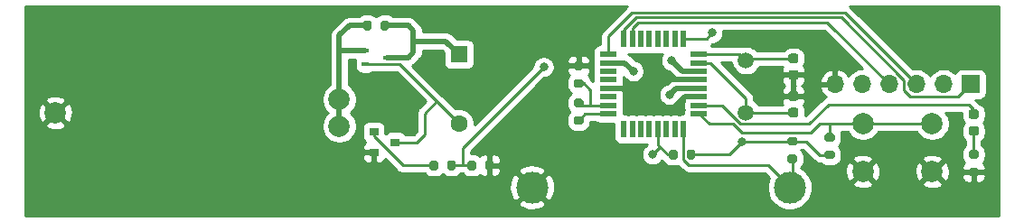
<source format=gtl>
G04 #@! TF.GenerationSoftware,KiCad,Pcbnew,(5.1.9)-1*
G04 #@! TF.CreationDate,2021-06-09T23:23:04+02:00*
G04 #@! TF.ProjectId,window_sensor,77696e64-6f77-45f7-9365-6e736f722e6b,rev?*
G04 #@! TF.SameCoordinates,Original*
G04 #@! TF.FileFunction,Copper,L1,Top*
G04 #@! TF.FilePolarity,Positive*
%FSLAX46Y46*%
G04 Gerber Fmt 4.6, Leading zero omitted, Abs format (unit mm)*
G04 Created by KiCad (PCBNEW (5.1.9)-1) date 2021-06-09 23:23:04*
%MOMM*%
%LPD*%
G01*
G04 APERTURE LIST*
G04 #@! TA.AperFunction,ComponentPad*
%ADD10O,1.700000X1.700000*%
G04 #@! TD*
G04 #@! TA.AperFunction,ComponentPad*
%ADD11R,1.700000X1.700000*%
G04 #@! TD*
G04 #@! TA.AperFunction,ComponentPad*
%ADD12C,2.000000*%
G04 #@! TD*
G04 #@! TA.AperFunction,ComponentPad*
%ADD13C,1.500000*%
G04 #@! TD*
G04 #@! TA.AperFunction,SMDPad,CuDef*
%ADD14R,0.550000X1.600000*%
G04 #@! TD*
G04 #@! TA.AperFunction,SMDPad,CuDef*
%ADD15R,1.600000X0.550000*%
G04 #@! TD*
G04 #@! TA.AperFunction,ComponentPad*
%ADD16C,3.000000*%
G04 #@! TD*
G04 #@! TA.AperFunction,SMDPad,CuDef*
%ADD17R,0.900000X0.800000*%
G04 #@! TD*
G04 #@! TA.AperFunction,SMDPad,CuDef*
%ADD18R,0.700000X0.450000*%
G04 #@! TD*
G04 #@! TA.AperFunction,ComponentPad*
%ADD19C,1.600000*%
G04 #@! TD*
G04 #@! TA.AperFunction,ComponentPad*
%ADD20R,1.600000X1.600000*%
G04 #@! TD*
G04 #@! TA.AperFunction,ViaPad*
%ADD21C,0.800000*%
G04 #@! TD*
G04 #@! TA.AperFunction,Conductor*
%ADD22C,0.500000*%
G04 #@! TD*
G04 #@! TA.AperFunction,Conductor*
%ADD23C,0.250000*%
G04 #@! TD*
G04 #@! TA.AperFunction,Conductor*
%ADD24C,0.254000*%
G04 #@! TD*
G04 #@! TA.AperFunction,Conductor*
%ADD25C,0.100000*%
G04 #@! TD*
G04 APERTURE END LIST*
D10*
X163500000Y-77000000D03*
X166040000Y-77000000D03*
X168580000Y-77000000D03*
X171120000Y-77000000D03*
X173660000Y-77000000D03*
D11*
X176200000Y-77000000D03*
D12*
X90459000Y-79692500D03*
X117059000Y-80942500D03*
X117059000Y-78442500D03*
G04 #@! TA.AperFunction,SMDPad,CuDef*
G36*
G01*
X120925000Y-71775000D02*
X120925000Y-71225000D01*
G75*
G02*
X121125000Y-71025000I200000J0D01*
G01*
X121525000Y-71025000D01*
G75*
G02*
X121725000Y-71225000I0J-200000D01*
G01*
X121725000Y-71775000D01*
G75*
G02*
X121525000Y-71975000I-200000J0D01*
G01*
X121125000Y-71975000D01*
G75*
G02*
X120925000Y-71775000I0J200000D01*
G01*
G37*
G04 #@! TD.AperFunction*
G04 #@! TA.AperFunction,SMDPad,CuDef*
G36*
G01*
X119275000Y-71775000D02*
X119275000Y-71225000D01*
G75*
G02*
X119475000Y-71025000I200000J0D01*
G01*
X119875000Y-71025000D01*
G75*
G02*
X120075000Y-71225000I0J-200000D01*
G01*
X120075000Y-71775000D01*
G75*
G02*
X119875000Y-71975000I-200000J0D01*
G01*
X119475000Y-71975000D01*
G75*
G02*
X119275000Y-71775000I0J200000D01*
G01*
G37*
G04 #@! TD.AperFunction*
D13*
X155146500Y-79669000D03*
X155146500Y-74789000D03*
D14*
X149300000Y-81250000D03*
X148500000Y-81250000D03*
X147700000Y-81250000D03*
X146900000Y-81250000D03*
X146100000Y-81250000D03*
X145300000Y-81250000D03*
X144500000Y-81250000D03*
X143700000Y-81250000D03*
D15*
X142250000Y-79800000D03*
X142250000Y-79000000D03*
X142250000Y-78200000D03*
X142250000Y-77400000D03*
X142250000Y-76600000D03*
X142250000Y-75800000D03*
X142250000Y-75000000D03*
X142250000Y-74200000D03*
D14*
X143700000Y-72750000D03*
X144500000Y-72750000D03*
X145300000Y-72750000D03*
X146100000Y-72750000D03*
X146900000Y-72750000D03*
X147700000Y-72750000D03*
X148500000Y-72750000D03*
X149300000Y-72750000D03*
D15*
X150750000Y-74200000D03*
X150750000Y-75000000D03*
X150750000Y-75800000D03*
X150750000Y-76600000D03*
X150750000Y-77400000D03*
X150750000Y-78200000D03*
X150750000Y-79000000D03*
X150750000Y-79800000D03*
D12*
X166100000Y-85200000D03*
X166100000Y-80700000D03*
X172600000Y-85200000D03*
X172600000Y-80700000D03*
D16*
X135126000Y-86689000D03*
X159256000Y-86689000D03*
G04 #@! TA.AperFunction,SMDPad,CuDef*
G36*
G01*
X139745000Y-75680000D02*
X139195000Y-75680000D01*
G75*
G02*
X138995000Y-75480000I0J200000D01*
G01*
X138995000Y-75080000D01*
G75*
G02*
X139195000Y-74880000I200000J0D01*
G01*
X139745000Y-74880000D01*
G75*
G02*
X139945000Y-75080000I0J-200000D01*
G01*
X139945000Y-75480000D01*
G75*
G02*
X139745000Y-75680000I-200000J0D01*
G01*
G37*
G04 #@! TD.AperFunction*
G04 #@! TA.AperFunction,SMDPad,CuDef*
G36*
G01*
X139745000Y-77330000D02*
X139195000Y-77330000D01*
G75*
G02*
X138995000Y-77130000I0J200000D01*
G01*
X138995000Y-76730000D01*
G75*
G02*
X139195000Y-76530000I200000J0D01*
G01*
X139745000Y-76530000D01*
G75*
G02*
X139945000Y-76730000I0J-200000D01*
G01*
X139945000Y-77130000D01*
G75*
G02*
X139745000Y-77330000I-200000J0D01*
G01*
G37*
G04 #@! TD.AperFunction*
G04 #@! TA.AperFunction,SMDPad,CuDef*
G36*
G01*
X139745000Y-79173000D02*
X139195000Y-79173000D01*
G75*
G02*
X138995000Y-78973000I0J200000D01*
G01*
X138995000Y-78573000D01*
G75*
G02*
X139195000Y-78373000I200000J0D01*
G01*
X139745000Y-78373000D01*
G75*
G02*
X139945000Y-78573000I0J-200000D01*
G01*
X139945000Y-78973000D01*
G75*
G02*
X139745000Y-79173000I-200000J0D01*
G01*
G37*
G04 #@! TD.AperFunction*
G04 #@! TA.AperFunction,SMDPad,CuDef*
G36*
G01*
X139745000Y-80823000D02*
X139195000Y-80823000D01*
G75*
G02*
X138995000Y-80623000I0J200000D01*
G01*
X138995000Y-80223000D01*
G75*
G02*
X139195000Y-80023000I200000J0D01*
G01*
X139745000Y-80023000D01*
G75*
G02*
X139945000Y-80223000I0J-200000D01*
G01*
X139945000Y-80623000D01*
G75*
G02*
X139745000Y-80823000I-200000J0D01*
G01*
G37*
G04 #@! TD.AperFunction*
G04 #@! TA.AperFunction,SMDPad,CuDef*
G36*
G01*
X176770000Y-84000000D02*
X176220000Y-84000000D01*
G75*
G02*
X176020000Y-83800000I0J200000D01*
G01*
X176020000Y-83400000D01*
G75*
G02*
X176220000Y-83200000I200000J0D01*
G01*
X176770000Y-83200000D01*
G75*
G02*
X176970000Y-83400000I0J-200000D01*
G01*
X176970000Y-83800000D01*
G75*
G02*
X176770000Y-84000000I-200000J0D01*
G01*
G37*
G04 #@! TD.AperFunction*
G04 #@! TA.AperFunction,SMDPad,CuDef*
G36*
G01*
X176770000Y-85650000D02*
X176220000Y-85650000D01*
G75*
G02*
X176020000Y-85450000I0J200000D01*
G01*
X176020000Y-85050000D01*
G75*
G02*
X176220000Y-84850000I200000J0D01*
G01*
X176770000Y-84850000D01*
G75*
G02*
X176970000Y-85050000I0J-200000D01*
G01*
X176970000Y-85450000D01*
G75*
G02*
X176770000Y-85650000I-200000J0D01*
G01*
G37*
G04 #@! TD.AperFunction*
G04 #@! TA.AperFunction,SMDPad,CuDef*
G36*
G01*
X127165000Y-84893000D02*
X127165000Y-84343000D01*
G75*
G02*
X127365000Y-84143000I200000J0D01*
G01*
X127765000Y-84143000D01*
G75*
G02*
X127965000Y-84343000I0J-200000D01*
G01*
X127965000Y-84893000D01*
G75*
G02*
X127765000Y-85093000I-200000J0D01*
G01*
X127365000Y-85093000D01*
G75*
G02*
X127165000Y-84893000I0J200000D01*
G01*
G37*
G04 #@! TD.AperFunction*
G04 #@! TA.AperFunction,SMDPad,CuDef*
G36*
G01*
X125515000Y-84893000D02*
X125515000Y-84343000D01*
G75*
G02*
X125715000Y-84143000I200000J0D01*
G01*
X126115000Y-84143000D01*
G75*
G02*
X126315000Y-84343000I0J-200000D01*
G01*
X126315000Y-84893000D01*
G75*
G02*
X126115000Y-85093000I-200000J0D01*
G01*
X125715000Y-85093000D01*
G75*
G02*
X125515000Y-84893000I0J200000D01*
G01*
G37*
G04 #@! TD.AperFunction*
G04 #@! TA.AperFunction,SMDPad,CuDef*
G36*
G01*
X129871000Y-84343000D02*
X129871000Y-84893000D01*
G75*
G02*
X129671000Y-85093000I-200000J0D01*
G01*
X129271000Y-85093000D01*
G75*
G02*
X129071000Y-84893000I0J200000D01*
G01*
X129071000Y-84343000D01*
G75*
G02*
X129271000Y-84143000I200000J0D01*
G01*
X129671000Y-84143000D01*
G75*
G02*
X129871000Y-84343000I0J-200000D01*
G01*
G37*
G04 #@! TD.AperFunction*
G04 #@! TA.AperFunction,SMDPad,CuDef*
G36*
G01*
X131521000Y-84343000D02*
X131521000Y-84893000D01*
G75*
G02*
X131321000Y-85093000I-200000J0D01*
G01*
X130921000Y-85093000D01*
G75*
G02*
X130721000Y-84893000I0J200000D01*
G01*
X130721000Y-84343000D01*
G75*
G02*
X130921000Y-84143000I200000J0D01*
G01*
X131321000Y-84143000D01*
G75*
G02*
X131521000Y-84343000I0J-200000D01*
G01*
G37*
G04 #@! TD.AperFunction*
G04 #@! TA.AperFunction,SMDPad,CuDef*
G36*
G01*
X159225000Y-83600000D02*
X159775000Y-83600000D01*
G75*
G02*
X159975000Y-83800000I0J-200000D01*
G01*
X159975000Y-84200000D01*
G75*
G02*
X159775000Y-84400000I-200000J0D01*
G01*
X159225000Y-84400000D01*
G75*
G02*
X159025000Y-84200000I0J200000D01*
G01*
X159025000Y-83800000D01*
G75*
G02*
X159225000Y-83600000I200000J0D01*
G01*
G37*
G04 #@! TD.AperFunction*
G04 #@! TA.AperFunction,SMDPad,CuDef*
G36*
G01*
X159225000Y-81950000D02*
X159775000Y-81950000D01*
G75*
G02*
X159975000Y-82150000I0J-200000D01*
G01*
X159975000Y-82550000D01*
G75*
G02*
X159775000Y-82750000I-200000J0D01*
G01*
X159225000Y-82750000D01*
G75*
G02*
X159025000Y-82550000I0J200000D01*
G01*
X159025000Y-82150000D01*
G75*
G02*
X159225000Y-81950000I200000J0D01*
G01*
G37*
G04 #@! TD.AperFunction*
G04 #@! TA.AperFunction,SMDPad,CuDef*
G36*
G01*
X163275000Y-82400000D02*
X162725000Y-82400000D01*
G75*
G02*
X162525000Y-82200000I0J200000D01*
G01*
X162525000Y-81800000D01*
G75*
G02*
X162725000Y-81600000I200000J0D01*
G01*
X163275000Y-81600000D01*
G75*
G02*
X163475000Y-81800000I0J-200000D01*
G01*
X163475000Y-82200000D01*
G75*
G02*
X163275000Y-82400000I-200000J0D01*
G01*
G37*
G04 #@! TD.AperFunction*
G04 #@! TA.AperFunction,SMDPad,CuDef*
G36*
G01*
X163275000Y-84050000D02*
X162725000Y-84050000D01*
G75*
G02*
X162525000Y-83850000I0J200000D01*
G01*
X162525000Y-83450000D01*
G75*
G02*
X162725000Y-83250000I200000J0D01*
G01*
X163275000Y-83250000D01*
G75*
G02*
X163475000Y-83450000I0J-200000D01*
G01*
X163475000Y-83850000D01*
G75*
G02*
X163275000Y-84050000I-200000J0D01*
G01*
G37*
G04 #@! TD.AperFunction*
G04 #@! TA.AperFunction,SMDPad,CuDef*
G36*
G01*
X148750000Y-83330000D02*
X148750000Y-83880000D01*
G75*
G02*
X148550000Y-84080000I-200000J0D01*
G01*
X148150000Y-84080000D01*
G75*
G02*
X147950000Y-83880000I0J200000D01*
G01*
X147950000Y-83330000D01*
G75*
G02*
X148150000Y-83130000I200000J0D01*
G01*
X148550000Y-83130000D01*
G75*
G02*
X148750000Y-83330000I0J-200000D01*
G01*
G37*
G04 #@! TD.AperFunction*
G04 #@! TA.AperFunction,SMDPad,CuDef*
G36*
G01*
X150400000Y-83330000D02*
X150400000Y-83880000D01*
G75*
G02*
X150200000Y-84080000I-200000J0D01*
G01*
X149800000Y-84080000D01*
G75*
G02*
X149600000Y-83880000I0J200000D01*
G01*
X149600000Y-83330000D01*
G75*
G02*
X149800000Y-83130000I200000J0D01*
G01*
X150200000Y-83130000D01*
G75*
G02*
X150400000Y-83330000I0J-200000D01*
G01*
G37*
G04 #@! TD.AperFunction*
D17*
X122285000Y-82455000D03*
X120285000Y-83405000D03*
X120285000Y-81505000D03*
G04 #@! TA.AperFunction,SMDPad,CuDef*
G36*
G01*
X176751250Y-80265000D02*
X176238750Y-80265000D01*
G75*
G02*
X176020000Y-80046250I0J218750D01*
G01*
X176020000Y-79608750D01*
G75*
G02*
X176238750Y-79390000I218750J0D01*
G01*
X176751250Y-79390000D01*
G75*
G02*
X176970000Y-79608750I0J-218750D01*
G01*
X176970000Y-80046250D01*
G75*
G02*
X176751250Y-80265000I-218750J0D01*
G01*
G37*
G04 #@! TD.AperFunction*
G04 #@! TA.AperFunction,SMDPad,CuDef*
G36*
G01*
X176751250Y-81840000D02*
X176238750Y-81840000D01*
G75*
G02*
X176020000Y-81621250I0J218750D01*
G01*
X176020000Y-81183750D01*
G75*
G02*
X176238750Y-80965000I218750J0D01*
G01*
X176751250Y-80965000D01*
G75*
G02*
X176970000Y-81183750I0J-218750D01*
G01*
X176970000Y-81621250D01*
G75*
G02*
X176751250Y-81840000I-218750J0D01*
G01*
G37*
G04 #@! TD.AperFunction*
D18*
X121500000Y-74500000D03*
X119500000Y-75150000D03*
X119500000Y-73850000D03*
G04 #@! TA.AperFunction,SMDPad,CuDef*
G36*
G01*
X159841500Y-75039000D02*
X159341500Y-75039000D01*
G75*
G02*
X159116500Y-74814000I0J225000D01*
G01*
X159116500Y-74364000D01*
G75*
G02*
X159341500Y-74139000I225000J0D01*
G01*
X159841500Y-74139000D01*
G75*
G02*
X160066500Y-74364000I0J-225000D01*
G01*
X160066500Y-74814000D01*
G75*
G02*
X159841500Y-75039000I-225000J0D01*
G01*
G37*
G04 #@! TD.AperFunction*
G04 #@! TA.AperFunction,SMDPad,CuDef*
G36*
G01*
X159841500Y-76589000D02*
X159341500Y-76589000D01*
G75*
G02*
X159116500Y-76364000I0J225000D01*
G01*
X159116500Y-75914000D01*
G75*
G02*
X159341500Y-75689000I225000J0D01*
G01*
X159841500Y-75689000D01*
G75*
G02*
X160066500Y-75914000I0J-225000D01*
G01*
X160066500Y-76364000D01*
G75*
G02*
X159841500Y-76589000I-225000J0D01*
G01*
G37*
G04 #@! TD.AperFunction*
G04 #@! TA.AperFunction,SMDPad,CuDef*
G36*
G01*
X159341500Y-79219000D02*
X159841500Y-79219000D01*
G75*
G02*
X160066500Y-79444000I0J-225000D01*
G01*
X160066500Y-79894000D01*
G75*
G02*
X159841500Y-80119000I-225000J0D01*
G01*
X159341500Y-80119000D01*
G75*
G02*
X159116500Y-79894000I0J225000D01*
G01*
X159116500Y-79444000D01*
G75*
G02*
X159341500Y-79219000I225000J0D01*
G01*
G37*
G04 #@! TD.AperFunction*
G04 #@! TA.AperFunction,SMDPad,CuDef*
G36*
G01*
X159341500Y-77669000D02*
X159841500Y-77669000D01*
G75*
G02*
X160066500Y-77894000I0J-225000D01*
G01*
X160066500Y-78344000D01*
G75*
G02*
X159841500Y-78569000I-225000J0D01*
G01*
X159341500Y-78569000D01*
G75*
G02*
X159116500Y-78344000I0J225000D01*
G01*
X159116500Y-77894000D01*
G75*
G02*
X159341500Y-77669000I225000J0D01*
G01*
G37*
G04 #@! TD.AperFunction*
D19*
X128270000Y-80700000D03*
D20*
X128270000Y-74200000D03*
D21*
X145200000Y-78800000D03*
X126200000Y-76200000D03*
X162400000Y-73400000D03*
X146400000Y-75200000D03*
X134000000Y-72800000D03*
X172200000Y-72400000D03*
X148200000Y-74800000D03*
X148000040Y-78000000D03*
X154800000Y-82400000D03*
X144600000Y-75800000D03*
X146400000Y-83600000D03*
X152000000Y-72200000D03*
X136200000Y-75400000D03*
D22*
X149450000Y-78200000D02*
X148450000Y-79200000D01*
X150750000Y-78200000D02*
X149450000Y-78200000D01*
X147000000Y-79200000D02*
X145200000Y-77400000D01*
X148450000Y-79200000D02*
X147000000Y-79200000D01*
X142250000Y-77400000D02*
X145200000Y-77400000D01*
X146050006Y-76549994D02*
X150699994Y-76549994D01*
X150699994Y-76549994D02*
X150750000Y-76600000D01*
X145200000Y-77400000D02*
X146050006Y-76549994D01*
X118000000Y-71500000D02*
X119675000Y-71500000D01*
X117059000Y-72441000D02*
X118000000Y-71500000D01*
X117150000Y-73850000D02*
X117059000Y-73941000D01*
X119500000Y-73850000D02*
X117150000Y-73850000D01*
X117059000Y-73941000D02*
X117059000Y-72441000D01*
X117059000Y-78442500D02*
X117059000Y-73941000D01*
X117059000Y-78442500D02*
X117059000Y-80942500D01*
D23*
X119500000Y-75150000D02*
X122720000Y-75150000D01*
X126185000Y-78615000D02*
X125055000Y-79745000D01*
X122720000Y-75150000D02*
X126185000Y-78615000D01*
X126185000Y-78615000D02*
X128270000Y-80700000D01*
X124345000Y-82455000D02*
X122285000Y-82455000D01*
X125055000Y-81745000D02*
X124345000Y-82455000D01*
X125055000Y-79745000D02*
X125055000Y-81745000D01*
D22*
X121500000Y-74500000D02*
X123500000Y-74500000D01*
X123500000Y-74500000D02*
X124000000Y-74000000D01*
X124035000Y-72965000D02*
X124000000Y-73000000D01*
X127035000Y-72965000D02*
X124035000Y-72965000D01*
X124000000Y-74000000D02*
X124000000Y-73000000D01*
X127035000Y-72965000D02*
X128270000Y-74200000D01*
X123500000Y-71500000D02*
X124000000Y-72000000D01*
X124000000Y-73000000D02*
X124000000Y-72000000D01*
X121325000Y-71500000D02*
X123500000Y-71500000D01*
D23*
X150233000Y-83605000D02*
X153595000Y-83605000D01*
X153595000Y-83605000D02*
X154400000Y-82800000D01*
D22*
X149200000Y-75800000D02*
X148200000Y-74800000D01*
X150750000Y-75800000D02*
X149200000Y-75800000D01*
X150750000Y-77400000D02*
X148600040Y-77400000D01*
X148600040Y-77400000D02*
X148000040Y-78000000D01*
D23*
X162050000Y-83650000D02*
X163000000Y-83650000D01*
X160800000Y-82400000D02*
X154800000Y-82400000D01*
X154400000Y-82800000D02*
X154800000Y-82400000D01*
X160800000Y-82400000D02*
X162050000Y-83650000D01*
D22*
X143800000Y-75000000D02*
X144600000Y-75800000D01*
X142250000Y-75000000D02*
X143800000Y-75000000D01*
D23*
X155146500Y-79669000D02*
X155146500Y-79653500D01*
X155162000Y-79669000D02*
X159591500Y-79669000D01*
X155146500Y-79653500D02*
X155162000Y-79669000D01*
X155146500Y-78346500D02*
X155146500Y-79669000D01*
X151800000Y-75000000D02*
X155146500Y-78346500D01*
X150750000Y-75000000D02*
X151800000Y-75000000D01*
X155346500Y-74589000D02*
X155146500Y-74789000D01*
X159591500Y-74589000D02*
X155346500Y-74589000D01*
X154557500Y-74200000D02*
X155146500Y-74789000D01*
X150750000Y-74200000D02*
X154557500Y-74200000D01*
X176495000Y-79390000D02*
X176495000Y-79827500D01*
X175999000Y-78894000D02*
X176495000Y-79390000D01*
X162906000Y-78894000D02*
X175999000Y-78894000D01*
X161055999Y-80744001D02*
X162906000Y-78894000D01*
X154630499Y-80744001D02*
X161055999Y-80744001D01*
X152886498Y-79000000D02*
X154630499Y-80744001D01*
X150750000Y-79000000D02*
X152886498Y-79000000D01*
X176495000Y-81402500D02*
X176495000Y-83600000D01*
X146900000Y-82700000D02*
X146900000Y-81250000D01*
X148583000Y-83605000D02*
X147805000Y-83605000D01*
X146400000Y-83600000D02*
X147100000Y-82900000D01*
X147100000Y-82900000D02*
X146900000Y-82700000D01*
X147805000Y-83605000D02*
X147100000Y-82900000D01*
X162780000Y-71200000D02*
X168580000Y-77000000D01*
X144500000Y-72750000D02*
X144500000Y-71736410D01*
X144500000Y-71736410D02*
X145036410Y-71200000D01*
X145036410Y-71200000D02*
X162780000Y-71200000D01*
X142250000Y-72539998D02*
X142250000Y-74200000D01*
X144490016Y-70299982D02*
X142250000Y-72539998D01*
X164419982Y-70299982D02*
X144490016Y-70299982D01*
X171120000Y-77000000D02*
X164419982Y-70299982D01*
X175024999Y-78175001D02*
X176200000Y-77000000D01*
X170555999Y-78175001D02*
X175024999Y-78175001D01*
X169944999Y-77564001D02*
X170555999Y-78175001D01*
X169944999Y-76625997D02*
X169944999Y-77564001D01*
X164068993Y-70749991D02*
X169944999Y-76625997D01*
X144850009Y-70749991D02*
X164068993Y-70749991D01*
X143700000Y-71900000D02*
X144850009Y-70749991D01*
X143700000Y-72750000D02*
X143700000Y-71900000D01*
X120285000Y-81890002D02*
X120285000Y-81505000D01*
X123012998Y-84618000D02*
X120285000Y-81890002D01*
X125915000Y-84618000D02*
X123012998Y-84618000D01*
X166100000Y-80700000D02*
X166055999Y-80744001D01*
X172600000Y-80700000D02*
X166100000Y-80700000D01*
X163000000Y-80800000D02*
X162944001Y-80744001D01*
X163000000Y-82000000D02*
X163000000Y-80800000D01*
X166055999Y-80744001D02*
X162944001Y-80744001D01*
X162055999Y-80744001D02*
X162944001Y-80744001D01*
X161200000Y-81600000D02*
X162055999Y-80744001D01*
X154800000Y-81600000D02*
X161200000Y-81600000D01*
X151694001Y-80744001D02*
X153944001Y-80744001D01*
X153944001Y-80744001D02*
X154800000Y-81600000D01*
X150750000Y-79800000D02*
X151694001Y-80744001D01*
X159500000Y-86445000D02*
X159256000Y-86689000D01*
X159500000Y-84200000D02*
X159500000Y-87320000D01*
X159256000Y-86656000D02*
X159256000Y-86689000D01*
X157200000Y-84600000D02*
X159256000Y-86656000D01*
X149810542Y-84600000D02*
X157200000Y-84600000D01*
X149582532Y-84405010D02*
X149615552Y-84405010D01*
X149274990Y-84097468D02*
X149582532Y-84405010D01*
X149274990Y-83112532D02*
X149274990Y-84097468D01*
X149300000Y-83087522D02*
X149274990Y-83112532D01*
X149615552Y-84405010D02*
X149810542Y-84600000D01*
X149300000Y-81250000D02*
X149300000Y-83087522D01*
X128582000Y-84618000D02*
X127565000Y-84618000D01*
X129471000Y-84618000D02*
X128582000Y-84618000D01*
X151450000Y-72750000D02*
X152000000Y-72200000D01*
X149300000Y-72750000D02*
X151450000Y-72750000D01*
X128582000Y-83018000D02*
X128582000Y-84618000D01*
X136200000Y-75400000D02*
X128582000Y-83018000D01*
X139697000Y-79000000D02*
X139470000Y-78773000D01*
X139470000Y-76930000D02*
X139930000Y-76930000D01*
X139930000Y-76930000D02*
X140600000Y-77600000D01*
X140600000Y-77600000D02*
X140600000Y-79000000D01*
X140600000Y-79000000D02*
X139697000Y-79000000D01*
X142250000Y-79000000D02*
X140600000Y-79000000D01*
X140093000Y-79800000D02*
X139470000Y-80423000D01*
X142250000Y-79800000D02*
X140093000Y-79800000D01*
D24*
X143982099Y-69733650D02*
X143950015Y-69759981D01*
X143926217Y-69788979D01*
X141739003Y-71976194D01*
X141709999Y-71999997D01*
X141669796Y-72048985D01*
X141615026Y-72115722D01*
X141556300Y-72225590D01*
X141544454Y-72247752D01*
X141500997Y-72391013D01*
X141490000Y-72502666D01*
X141490000Y-72502676D01*
X141486324Y-72539998D01*
X141490000Y-72577321D01*
X141490000Y-73286928D01*
X141450000Y-73286928D01*
X141325518Y-73299188D01*
X141205820Y-73335498D01*
X141095506Y-73394463D01*
X140998815Y-73473815D01*
X140919463Y-73570506D01*
X140860498Y-73680820D01*
X140824188Y-73800518D01*
X140811928Y-73925000D01*
X140811928Y-74475000D01*
X140824188Y-74599482D01*
X140824345Y-74600000D01*
X140824188Y-74600518D01*
X140811928Y-74725000D01*
X140811928Y-75275000D01*
X140824188Y-75399482D01*
X140824345Y-75400000D01*
X140824188Y-75400518D01*
X140811928Y-75525000D01*
X140811928Y-76075000D01*
X140824188Y-76199482D01*
X140824345Y-76200000D01*
X140824188Y-76200518D01*
X140811928Y-76325000D01*
X140811928Y-76737126D01*
X140534602Y-76459801D01*
X140519278Y-76409284D01*
X140441831Y-76264392D01*
X140358137Y-76162410D01*
X140396185Y-76131185D01*
X140475537Y-76034494D01*
X140534502Y-75924180D01*
X140570812Y-75804482D01*
X140583072Y-75680000D01*
X140580000Y-75565750D01*
X140421250Y-75407000D01*
X139597000Y-75407000D01*
X139597000Y-75427000D01*
X139343000Y-75427000D01*
X139343000Y-75407000D01*
X138518750Y-75407000D01*
X138360000Y-75565750D01*
X138356928Y-75680000D01*
X138369188Y-75804482D01*
X138405498Y-75924180D01*
X138464463Y-76034494D01*
X138543815Y-76131185D01*
X138581863Y-76162410D01*
X138498169Y-76264392D01*
X138420722Y-76409284D01*
X138373031Y-76566500D01*
X138356928Y-76730000D01*
X138356928Y-77130000D01*
X138373031Y-77293500D01*
X138420722Y-77450716D01*
X138498169Y-77595608D01*
X138602394Y-77722606D01*
X138729392Y-77826831D01*
X138775544Y-77851500D01*
X138729392Y-77876169D01*
X138602394Y-77980394D01*
X138498169Y-78107392D01*
X138420722Y-78252284D01*
X138373031Y-78409500D01*
X138356928Y-78573000D01*
X138356928Y-78973000D01*
X138373031Y-79136500D01*
X138420722Y-79293716D01*
X138498169Y-79438608D01*
X138602394Y-79565606D01*
X138641866Y-79598000D01*
X138602394Y-79630394D01*
X138498169Y-79757392D01*
X138420722Y-79902284D01*
X138373031Y-80059500D01*
X138356928Y-80223000D01*
X138356928Y-80623000D01*
X138373031Y-80786500D01*
X138420722Y-80943716D01*
X138498169Y-81088608D01*
X138602394Y-81215606D01*
X138729392Y-81319831D01*
X138874284Y-81397278D01*
X139031500Y-81444969D01*
X139195000Y-81461072D01*
X139745000Y-81461072D01*
X139908500Y-81444969D01*
X140065716Y-81397278D01*
X140210608Y-81319831D01*
X140337606Y-81215606D01*
X140441831Y-81088608D01*
X140519278Y-80943716D01*
X140566969Y-80786500D01*
X140583072Y-80623000D01*
X140583072Y-80560000D01*
X141040019Y-80560000D01*
X141095506Y-80605537D01*
X141205820Y-80664502D01*
X141325518Y-80700812D01*
X141450000Y-80713072D01*
X142786928Y-80713072D01*
X142786928Y-82050000D01*
X142799188Y-82174482D01*
X142835498Y-82294180D01*
X142894463Y-82404494D01*
X142973815Y-82501185D01*
X143070506Y-82580537D01*
X143180820Y-82639502D01*
X143300518Y-82675812D01*
X143425000Y-82688072D01*
X143975000Y-82688072D01*
X144099482Y-82675812D01*
X144100000Y-82675655D01*
X144100518Y-82675812D01*
X144225000Y-82688072D01*
X144775000Y-82688072D01*
X144899482Y-82675812D01*
X144900000Y-82675655D01*
X144900518Y-82675812D01*
X145025000Y-82688072D01*
X145575000Y-82688072D01*
X145699482Y-82675812D01*
X145700000Y-82675655D01*
X145700518Y-82675812D01*
X145825000Y-82688072D01*
X145901846Y-82688072D01*
X145740226Y-82796063D01*
X145596063Y-82940226D01*
X145482795Y-83109744D01*
X145404774Y-83298102D01*
X145365000Y-83498061D01*
X145365000Y-83701939D01*
X145404774Y-83901898D01*
X145482795Y-84090256D01*
X145596063Y-84259774D01*
X145740226Y-84403937D01*
X145909744Y-84517205D01*
X146098102Y-84595226D01*
X146298061Y-84635000D01*
X146501939Y-84635000D01*
X146701898Y-84595226D01*
X146890256Y-84517205D01*
X147059774Y-84403937D01*
X147203937Y-84259774D01*
X147275091Y-84153284D01*
X147380724Y-84239974D01*
X147403099Y-84251934D01*
X147453169Y-84345608D01*
X147557394Y-84472606D01*
X147684392Y-84576831D01*
X147829284Y-84654278D01*
X147986500Y-84701969D01*
X148150000Y-84718072D01*
X148550000Y-84718072D01*
X148713500Y-84701969D01*
X148783466Y-84680745D01*
X149018728Y-84916007D01*
X149042531Y-84945011D01*
X149158256Y-85039984D01*
X149195785Y-85060044D01*
X149246738Y-85110997D01*
X149270541Y-85140001D01*
X149386266Y-85234974D01*
X149518295Y-85305546D01*
X149622580Y-85337180D01*
X149661556Y-85349003D01*
X149810542Y-85363677D01*
X149847875Y-85360000D01*
X156885199Y-85360000D01*
X157316805Y-85791607D01*
X157203047Y-86066244D01*
X157121000Y-86478721D01*
X157121000Y-86899279D01*
X157203047Y-87311756D01*
X157363988Y-87700302D01*
X157597637Y-88049983D01*
X157895017Y-88347363D01*
X158244698Y-88581012D01*
X158633244Y-88741953D01*
X159045721Y-88824000D01*
X159466279Y-88824000D01*
X159878756Y-88741953D01*
X160267302Y-88581012D01*
X160616983Y-88347363D01*
X160914363Y-88049983D01*
X161148012Y-87700302D01*
X161308953Y-87311756D01*
X161391000Y-86899279D01*
X161391000Y-86478721D01*
X161362495Y-86335413D01*
X165144192Y-86335413D01*
X165239956Y-86599814D01*
X165529571Y-86740704D01*
X165841108Y-86822384D01*
X166162595Y-86841718D01*
X166481675Y-86797961D01*
X166786088Y-86692795D01*
X166960044Y-86599814D01*
X167055808Y-86335413D01*
X171644192Y-86335413D01*
X171739956Y-86599814D01*
X172029571Y-86740704D01*
X172341108Y-86822384D01*
X172662595Y-86841718D01*
X172981675Y-86797961D01*
X173286088Y-86692795D01*
X173460044Y-86599814D01*
X173555808Y-86335413D01*
X172600000Y-85379605D01*
X171644192Y-86335413D01*
X167055808Y-86335413D01*
X166100000Y-85379605D01*
X165144192Y-86335413D01*
X161362495Y-86335413D01*
X161308953Y-86066244D01*
X161148012Y-85677698D01*
X160914363Y-85328017D01*
X160848941Y-85262595D01*
X164458282Y-85262595D01*
X164502039Y-85581675D01*
X164607205Y-85886088D01*
X164700186Y-86060044D01*
X164964587Y-86155808D01*
X165920395Y-85200000D01*
X166279605Y-85200000D01*
X167235413Y-86155808D01*
X167499814Y-86060044D01*
X167640704Y-85770429D01*
X167722384Y-85458892D01*
X167734189Y-85262595D01*
X170958282Y-85262595D01*
X171002039Y-85581675D01*
X171107205Y-85886088D01*
X171200186Y-86060044D01*
X171464587Y-86155808D01*
X172420395Y-85200000D01*
X172779605Y-85200000D01*
X173735413Y-86155808D01*
X173999814Y-86060044D01*
X174140704Y-85770429D01*
X174172278Y-85650000D01*
X175381928Y-85650000D01*
X175394188Y-85774482D01*
X175430498Y-85894180D01*
X175489463Y-86004494D01*
X175568815Y-86101185D01*
X175665506Y-86180537D01*
X175775820Y-86239502D01*
X175895518Y-86275812D01*
X176020000Y-86288072D01*
X176209250Y-86285000D01*
X176368000Y-86126250D01*
X176368000Y-85377000D01*
X176622000Y-85377000D01*
X176622000Y-86126250D01*
X176780750Y-86285000D01*
X176970000Y-86288072D01*
X177094482Y-86275812D01*
X177214180Y-86239502D01*
X177324494Y-86180537D01*
X177421185Y-86101185D01*
X177500537Y-86004494D01*
X177559502Y-85894180D01*
X177595812Y-85774482D01*
X177608072Y-85650000D01*
X177605000Y-85535750D01*
X177446250Y-85377000D01*
X176622000Y-85377000D01*
X176368000Y-85377000D01*
X175543750Y-85377000D01*
X175385000Y-85535750D01*
X175381928Y-85650000D01*
X174172278Y-85650000D01*
X174222384Y-85458892D01*
X174241718Y-85137405D01*
X174197961Y-84818325D01*
X174092795Y-84513912D01*
X173999814Y-84339956D01*
X173735413Y-84244192D01*
X172779605Y-85200000D01*
X172420395Y-85200000D01*
X171464587Y-84244192D01*
X171200186Y-84339956D01*
X171059296Y-84629571D01*
X170977616Y-84941108D01*
X170958282Y-85262595D01*
X167734189Y-85262595D01*
X167741718Y-85137405D01*
X167697961Y-84818325D01*
X167592795Y-84513912D01*
X167499814Y-84339956D01*
X167235413Y-84244192D01*
X166279605Y-85200000D01*
X165920395Y-85200000D01*
X164964587Y-84244192D01*
X164700186Y-84339956D01*
X164559296Y-84629571D01*
X164477616Y-84941108D01*
X164458282Y-85262595D01*
X160848941Y-85262595D01*
X160616983Y-85030637D01*
X160319648Y-84831964D01*
X160367606Y-84792606D01*
X160471831Y-84665608D01*
X160549278Y-84520716D01*
X160596969Y-84363500D01*
X160613072Y-84200000D01*
X160613072Y-83800000D01*
X160596969Y-83636500D01*
X160549278Y-83479284D01*
X160471831Y-83334392D01*
X160367606Y-83207394D01*
X160328134Y-83175000D01*
X160346411Y-83160000D01*
X160485199Y-83160000D01*
X161486201Y-84161003D01*
X161509999Y-84190001D01*
X161538997Y-84213799D01*
X161625723Y-84284974D01*
X161745510Y-84349002D01*
X161757753Y-84355546D01*
X161901014Y-84399003D01*
X162012667Y-84410000D01*
X162012677Y-84410000D01*
X162050000Y-84413676D01*
X162087323Y-84410000D01*
X162105635Y-84410000D01*
X162132394Y-84442606D01*
X162259392Y-84546831D01*
X162404284Y-84624278D01*
X162561500Y-84671969D01*
X162725000Y-84688072D01*
X163275000Y-84688072D01*
X163438500Y-84671969D01*
X163595716Y-84624278D01*
X163740608Y-84546831D01*
X163867606Y-84442606D01*
X163971831Y-84315608D01*
X164049278Y-84170716D01*
X164081471Y-84064587D01*
X165144192Y-84064587D01*
X166100000Y-85020395D01*
X167055808Y-84064587D01*
X171644192Y-84064587D01*
X172600000Y-85020395D01*
X173555808Y-84064587D01*
X173460044Y-83800186D01*
X173170429Y-83659296D01*
X172858892Y-83577616D01*
X172537405Y-83558282D01*
X172218325Y-83602039D01*
X171913912Y-83707205D01*
X171739956Y-83800186D01*
X171644192Y-84064587D01*
X167055808Y-84064587D01*
X166960044Y-83800186D01*
X166670429Y-83659296D01*
X166358892Y-83577616D01*
X166037405Y-83558282D01*
X165718325Y-83602039D01*
X165413912Y-83707205D01*
X165239956Y-83800186D01*
X165144192Y-84064587D01*
X164081471Y-84064587D01*
X164096969Y-84013500D01*
X164113072Y-83850000D01*
X164113072Y-83450000D01*
X164096969Y-83286500D01*
X164049278Y-83129284D01*
X163971831Y-82984392D01*
X163867606Y-82857394D01*
X163828134Y-82825000D01*
X163867606Y-82792606D01*
X163971831Y-82665608D01*
X164049278Y-82520716D01*
X164096969Y-82363500D01*
X164113072Y-82200000D01*
X164113072Y-81800000D01*
X164096969Y-81636500D01*
X164056776Y-81504001D01*
X164670819Y-81504001D01*
X164830013Y-81742252D01*
X165057748Y-81969987D01*
X165325537Y-82148918D01*
X165623088Y-82272168D01*
X165938967Y-82335000D01*
X166261033Y-82335000D01*
X166576912Y-82272168D01*
X166874463Y-82148918D01*
X167142252Y-81969987D01*
X167369987Y-81742252D01*
X167548918Y-81474463D01*
X167554909Y-81460000D01*
X171145091Y-81460000D01*
X171151082Y-81474463D01*
X171330013Y-81742252D01*
X171557748Y-81969987D01*
X171825537Y-82148918D01*
X172123088Y-82272168D01*
X172438967Y-82335000D01*
X172761033Y-82335000D01*
X173076912Y-82272168D01*
X173374463Y-82148918D01*
X173642252Y-81969987D01*
X173869987Y-81742252D01*
X174048918Y-81474463D01*
X174172168Y-81176912D01*
X174235000Y-80861033D01*
X174235000Y-80538967D01*
X174172168Y-80223088D01*
X174048918Y-79925537D01*
X173869987Y-79657748D01*
X173866239Y-79654000D01*
X175381928Y-79654000D01*
X175381928Y-80046250D01*
X175398392Y-80213408D01*
X175447150Y-80374142D01*
X175526329Y-80522275D01*
X175602426Y-80615000D01*
X175526329Y-80707725D01*
X175447150Y-80855858D01*
X175398392Y-81016592D01*
X175381928Y-81183750D01*
X175381928Y-81621250D01*
X175398392Y-81788408D01*
X175447150Y-81949142D01*
X175526329Y-82097275D01*
X175632885Y-82227115D01*
X175735000Y-82310918D01*
X175735001Y-82719083D01*
X175627394Y-82807394D01*
X175523169Y-82934392D01*
X175445722Y-83079284D01*
X175398031Y-83236500D01*
X175381928Y-83400000D01*
X175381928Y-83800000D01*
X175398031Y-83963500D01*
X175445722Y-84120716D01*
X175523169Y-84265608D01*
X175606863Y-84367590D01*
X175568815Y-84398815D01*
X175489463Y-84495506D01*
X175430498Y-84605820D01*
X175394188Y-84725518D01*
X175381928Y-84850000D01*
X175385000Y-84964250D01*
X175543750Y-85123000D01*
X176368000Y-85123000D01*
X176368000Y-85103000D01*
X176622000Y-85103000D01*
X176622000Y-85123000D01*
X177446250Y-85123000D01*
X177605000Y-84964250D01*
X177608072Y-84850000D01*
X177595812Y-84725518D01*
X177559502Y-84605820D01*
X177500537Y-84495506D01*
X177421185Y-84398815D01*
X177383137Y-84367590D01*
X177466831Y-84265608D01*
X177544278Y-84120716D01*
X177591969Y-83963500D01*
X177608072Y-83800000D01*
X177608072Y-83400000D01*
X177591969Y-83236500D01*
X177544278Y-83079284D01*
X177466831Y-82934392D01*
X177362606Y-82807394D01*
X177255000Y-82719084D01*
X177255000Y-82310918D01*
X177357115Y-82227115D01*
X177463671Y-82097275D01*
X177542850Y-81949142D01*
X177591608Y-81788408D01*
X177608072Y-81621250D01*
X177608072Y-81183750D01*
X177591608Y-81016592D01*
X177542850Y-80855858D01*
X177463671Y-80707725D01*
X177387574Y-80615000D01*
X177463671Y-80522275D01*
X177542850Y-80374142D01*
X177591608Y-80213408D01*
X177608072Y-80046250D01*
X177608072Y-79608750D01*
X177591608Y-79441592D01*
X177542850Y-79280858D01*
X177463671Y-79132725D01*
X177357115Y-79002885D01*
X177227275Y-78896329D01*
X177079142Y-78817150D01*
X176961162Y-78781361D01*
X176667873Y-78488072D01*
X177050000Y-78488072D01*
X177174482Y-78475812D01*
X177294180Y-78439502D01*
X177404494Y-78380537D01*
X177501185Y-78301185D01*
X177580537Y-78204494D01*
X177639502Y-78094180D01*
X177675812Y-77974482D01*
X177688072Y-77850000D01*
X177688072Y-76150000D01*
X177675812Y-76025518D01*
X177639502Y-75905820D01*
X177580537Y-75795506D01*
X177501185Y-75698815D01*
X177404494Y-75619463D01*
X177294180Y-75560498D01*
X177174482Y-75524188D01*
X177050000Y-75511928D01*
X175350000Y-75511928D01*
X175225518Y-75524188D01*
X175105820Y-75560498D01*
X174995506Y-75619463D01*
X174898815Y-75698815D01*
X174819463Y-75795506D01*
X174760498Y-75905820D01*
X174738487Y-75978380D01*
X174606632Y-75846525D01*
X174363411Y-75684010D01*
X174093158Y-75572068D01*
X173806260Y-75515000D01*
X173513740Y-75515000D01*
X173226842Y-75572068D01*
X172956589Y-75684010D01*
X172713368Y-75846525D01*
X172506525Y-76053368D01*
X172390000Y-76227760D01*
X172273475Y-76053368D01*
X172066632Y-75846525D01*
X171823411Y-75684010D01*
X171553158Y-75572068D01*
X171266260Y-75515000D01*
X170973740Y-75515000D01*
X170753592Y-75558790D01*
X164983786Y-69788985D01*
X164959983Y-69759981D01*
X164868618Y-69685000D01*
X178815000Y-69685000D01*
X178815001Y-89315000D01*
X87685000Y-89315000D01*
X87685000Y-88180653D01*
X133813952Y-88180653D01*
X133969962Y-88496214D01*
X134344745Y-88687020D01*
X134749551Y-88801044D01*
X135168824Y-88833902D01*
X135586451Y-88784334D01*
X135986383Y-88654243D01*
X136282038Y-88496214D01*
X136438048Y-88180653D01*
X135126000Y-86868605D01*
X133813952Y-88180653D01*
X87685000Y-88180653D01*
X87685000Y-86731824D01*
X132981098Y-86731824D01*
X133030666Y-87149451D01*
X133160757Y-87549383D01*
X133318786Y-87845038D01*
X133634347Y-88001048D01*
X134946395Y-86689000D01*
X135305605Y-86689000D01*
X136617653Y-88001048D01*
X136933214Y-87845038D01*
X137124020Y-87470255D01*
X137238044Y-87065449D01*
X137270902Y-86646176D01*
X137221334Y-86228549D01*
X137091243Y-85828617D01*
X136933214Y-85532962D01*
X136617653Y-85376952D01*
X135305605Y-86689000D01*
X134946395Y-86689000D01*
X133634347Y-85376952D01*
X133318786Y-85532962D01*
X133127980Y-85907745D01*
X133013956Y-86312551D01*
X132981098Y-86731824D01*
X87685000Y-86731824D01*
X87685000Y-83805000D01*
X119196928Y-83805000D01*
X119209188Y-83929482D01*
X119245498Y-84049180D01*
X119304463Y-84159494D01*
X119383815Y-84256185D01*
X119480506Y-84335537D01*
X119590820Y-84394502D01*
X119710518Y-84430812D01*
X119835000Y-84443072D01*
X119999250Y-84440000D01*
X120158000Y-84281250D01*
X120158000Y-83532000D01*
X119358750Y-83532000D01*
X119200000Y-83690750D01*
X119196928Y-83805000D01*
X87685000Y-83805000D01*
X87685000Y-80827913D01*
X89503192Y-80827913D01*
X89598956Y-81092314D01*
X89888571Y-81233204D01*
X90200108Y-81314884D01*
X90521595Y-81334218D01*
X90840675Y-81290461D01*
X91145088Y-81185295D01*
X91319044Y-81092314D01*
X91414808Y-80827913D01*
X90459000Y-79872105D01*
X89503192Y-80827913D01*
X87685000Y-80827913D01*
X87685000Y-79755095D01*
X88817282Y-79755095D01*
X88861039Y-80074175D01*
X88966205Y-80378588D01*
X89059186Y-80552544D01*
X89323587Y-80648308D01*
X90279395Y-79692500D01*
X90638605Y-79692500D01*
X91594413Y-80648308D01*
X91858814Y-80552544D01*
X91999704Y-80262929D01*
X92081384Y-79951392D01*
X92100718Y-79629905D01*
X92056961Y-79310825D01*
X91951795Y-79006412D01*
X91858814Y-78832456D01*
X91594413Y-78736692D01*
X90638605Y-79692500D01*
X90279395Y-79692500D01*
X89323587Y-78736692D01*
X89059186Y-78832456D01*
X88918296Y-79122071D01*
X88836616Y-79433608D01*
X88817282Y-79755095D01*
X87685000Y-79755095D01*
X87685000Y-78557087D01*
X89503192Y-78557087D01*
X90459000Y-79512895D01*
X91414808Y-78557087D01*
X91319044Y-78292686D01*
X91295983Y-78281467D01*
X115424000Y-78281467D01*
X115424000Y-78603533D01*
X115486832Y-78919412D01*
X115610082Y-79216963D01*
X115789013Y-79484752D01*
X115996761Y-79692500D01*
X115789013Y-79900248D01*
X115610082Y-80168037D01*
X115486832Y-80465588D01*
X115424000Y-80781467D01*
X115424000Y-81103533D01*
X115486832Y-81419412D01*
X115610082Y-81716963D01*
X115789013Y-81984752D01*
X116016748Y-82212487D01*
X116284537Y-82391418D01*
X116582088Y-82514668D01*
X116897967Y-82577500D01*
X117220033Y-82577500D01*
X117535912Y-82514668D01*
X117833463Y-82391418D01*
X118101252Y-82212487D01*
X118328987Y-81984752D01*
X118507918Y-81716963D01*
X118631168Y-81419412D01*
X118694000Y-81103533D01*
X118694000Y-80781467D01*
X118631168Y-80465588D01*
X118507918Y-80168037D01*
X118328987Y-79900248D01*
X118121239Y-79692500D01*
X118328987Y-79484752D01*
X118507918Y-79216963D01*
X118631168Y-78919412D01*
X118694000Y-78603533D01*
X118694000Y-78281467D01*
X118631168Y-77965588D01*
X118507918Y-77668037D01*
X118328987Y-77400248D01*
X118101252Y-77172513D01*
X117944000Y-77067441D01*
X117944000Y-74735000D01*
X118544063Y-74735000D01*
X118524188Y-74800518D01*
X118511928Y-74925000D01*
X118511928Y-75375000D01*
X118524188Y-75499482D01*
X118560498Y-75619180D01*
X118619463Y-75729494D01*
X118698815Y-75826185D01*
X118795506Y-75905537D01*
X118905820Y-75964502D01*
X119025518Y-76000812D01*
X119150000Y-76013072D01*
X119850000Y-76013072D01*
X119974482Y-76000812D01*
X120094180Y-75964502D01*
X120196144Y-75910000D01*
X122405199Y-75910000D01*
X125110198Y-78615000D01*
X124544002Y-79181196D01*
X124514999Y-79204999D01*
X124477180Y-79251082D01*
X124420026Y-79320724D01*
X124364676Y-79424276D01*
X124349454Y-79452754D01*
X124305997Y-79596015D01*
X124295000Y-79707668D01*
X124295000Y-79707678D01*
X124291324Y-79745000D01*
X124295000Y-79782323D01*
X124295001Y-81430197D01*
X124030199Y-81695000D01*
X123261018Y-81695000D01*
X123186185Y-81603815D01*
X123089494Y-81524463D01*
X122979180Y-81465498D01*
X122859482Y-81429188D01*
X122735000Y-81416928D01*
X121835000Y-81416928D01*
X121710518Y-81429188D01*
X121590820Y-81465498D01*
X121480506Y-81524463D01*
X121383815Y-81603815D01*
X121373072Y-81616905D01*
X121373072Y-81105000D01*
X121360812Y-80980518D01*
X121324502Y-80860820D01*
X121265537Y-80750506D01*
X121186185Y-80653815D01*
X121089494Y-80574463D01*
X120979180Y-80515498D01*
X120859482Y-80479188D01*
X120735000Y-80466928D01*
X119835000Y-80466928D01*
X119710518Y-80479188D01*
X119590820Y-80515498D01*
X119480506Y-80574463D01*
X119383815Y-80653815D01*
X119304463Y-80750506D01*
X119245498Y-80860820D01*
X119209188Y-80980518D01*
X119196928Y-81105000D01*
X119196928Y-81905000D01*
X119209188Y-82029482D01*
X119245498Y-82149180D01*
X119304463Y-82259494D01*
X119383815Y-82356185D01*
X119480506Y-82435537D01*
X119516918Y-82455000D01*
X119480506Y-82474463D01*
X119383815Y-82553815D01*
X119304463Y-82650506D01*
X119245498Y-82760820D01*
X119209188Y-82880518D01*
X119196928Y-83005000D01*
X119200000Y-83119250D01*
X119358750Y-83278000D01*
X120158000Y-83278000D01*
X120158000Y-83258000D01*
X120412000Y-83258000D01*
X120412000Y-83278000D01*
X120432000Y-83278000D01*
X120432000Y-83532000D01*
X120412000Y-83532000D01*
X120412000Y-84281250D01*
X120570750Y-84440000D01*
X120735000Y-84443072D01*
X120859482Y-84430812D01*
X120979180Y-84394502D01*
X121089494Y-84335537D01*
X121186185Y-84256185D01*
X121265537Y-84159494D01*
X121324502Y-84049180D01*
X121334946Y-84014750D01*
X122449199Y-85129003D01*
X122472997Y-85158001D01*
X122588722Y-85252974D01*
X122720751Y-85323546D01*
X122864012Y-85367003D01*
X122975665Y-85378000D01*
X122975673Y-85378000D01*
X123012998Y-85381676D01*
X123050323Y-85378000D01*
X125034084Y-85378000D01*
X125122394Y-85485606D01*
X125249392Y-85589831D01*
X125394284Y-85667278D01*
X125551500Y-85714969D01*
X125715000Y-85731072D01*
X126115000Y-85731072D01*
X126278500Y-85714969D01*
X126435716Y-85667278D01*
X126580608Y-85589831D01*
X126707606Y-85485606D01*
X126740000Y-85446134D01*
X126772394Y-85485606D01*
X126899392Y-85589831D01*
X127044284Y-85667278D01*
X127201500Y-85714969D01*
X127365000Y-85731072D01*
X127765000Y-85731072D01*
X127928500Y-85714969D01*
X128085716Y-85667278D01*
X128230608Y-85589831D01*
X128357606Y-85485606D01*
X128445916Y-85378000D01*
X128544667Y-85378000D01*
X128582000Y-85381677D01*
X128592271Y-85380665D01*
X128678394Y-85485606D01*
X128805392Y-85589831D01*
X128950284Y-85667278D01*
X129107500Y-85714969D01*
X129271000Y-85731072D01*
X129671000Y-85731072D01*
X129834500Y-85714969D01*
X129991716Y-85667278D01*
X130136608Y-85589831D01*
X130238590Y-85506137D01*
X130269815Y-85544185D01*
X130366506Y-85623537D01*
X130476820Y-85682502D01*
X130596518Y-85718812D01*
X130721000Y-85731072D01*
X130835250Y-85728000D01*
X130994000Y-85569250D01*
X130994000Y-84745000D01*
X131248000Y-84745000D01*
X131248000Y-85569250D01*
X131406750Y-85728000D01*
X131521000Y-85731072D01*
X131645482Y-85718812D01*
X131765180Y-85682502D01*
X131875494Y-85623537D01*
X131972185Y-85544185D01*
X132051537Y-85447494D01*
X132110502Y-85337180D01*
X132146812Y-85217482D01*
X132148795Y-85197347D01*
X133813952Y-85197347D01*
X135126000Y-86509395D01*
X136438048Y-85197347D01*
X136282038Y-84881786D01*
X135907255Y-84690980D01*
X135502449Y-84576956D01*
X135083176Y-84544098D01*
X134665549Y-84593666D01*
X134265617Y-84723757D01*
X133969962Y-84881786D01*
X133813952Y-85197347D01*
X132148795Y-85197347D01*
X132159072Y-85093000D01*
X132156000Y-84903750D01*
X131997250Y-84745000D01*
X131248000Y-84745000D01*
X130994000Y-84745000D01*
X130974000Y-84745000D01*
X130974000Y-84491000D01*
X130994000Y-84491000D01*
X130994000Y-83666750D01*
X131248000Y-83666750D01*
X131248000Y-84491000D01*
X131997250Y-84491000D01*
X132156000Y-84332250D01*
X132159072Y-84143000D01*
X132146812Y-84018518D01*
X132110502Y-83898820D01*
X132051537Y-83788506D01*
X131972185Y-83691815D01*
X131875494Y-83612463D01*
X131765180Y-83553498D01*
X131645482Y-83517188D01*
X131521000Y-83504928D01*
X131406750Y-83508000D01*
X131248000Y-83666750D01*
X130994000Y-83666750D01*
X130835250Y-83508000D01*
X130721000Y-83504928D01*
X130596518Y-83517188D01*
X130476820Y-83553498D01*
X130366506Y-83612463D01*
X130269815Y-83691815D01*
X130238590Y-83729863D01*
X130136608Y-83646169D01*
X129991716Y-83568722D01*
X129834500Y-83521031D01*
X129671000Y-83504928D01*
X129342000Y-83504928D01*
X129342000Y-83332801D01*
X136239802Y-76435000D01*
X136301939Y-76435000D01*
X136501898Y-76395226D01*
X136690256Y-76317205D01*
X136859774Y-76203937D01*
X137003937Y-76059774D01*
X137117205Y-75890256D01*
X137195226Y-75701898D01*
X137235000Y-75501939D01*
X137235000Y-75298061D01*
X137195226Y-75098102D01*
X137117205Y-74909744D01*
X137097331Y-74880000D01*
X138356928Y-74880000D01*
X138360000Y-74994250D01*
X138518750Y-75153000D01*
X139343000Y-75153000D01*
X139343000Y-74403750D01*
X139597000Y-74403750D01*
X139597000Y-75153000D01*
X140421250Y-75153000D01*
X140580000Y-74994250D01*
X140583072Y-74880000D01*
X140570812Y-74755518D01*
X140534502Y-74635820D01*
X140475537Y-74525506D01*
X140396185Y-74428815D01*
X140299494Y-74349463D01*
X140189180Y-74290498D01*
X140069482Y-74254188D01*
X139945000Y-74241928D01*
X139755750Y-74245000D01*
X139597000Y-74403750D01*
X139343000Y-74403750D01*
X139184250Y-74245000D01*
X138995000Y-74241928D01*
X138870518Y-74254188D01*
X138750820Y-74290498D01*
X138640506Y-74349463D01*
X138543815Y-74428815D01*
X138464463Y-74525506D01*
X138405498Y-74635820D01*
X138369188Y-74755518D01*
X138356928Y-74880000D01*
X137097331Y-74880000D01*
X137003937Y-74740226D01*
X136859774Y-74596063D01*
X136690256Y-74482795D01*
X136501898Y-74404774D01*
X136301939Y-74365000D01*
X136098061Y-74365000D01*
X135898102Y-74404774D01*
X135709744Y-74482795D01*
X135540226Y-74596063D01*
X135396063Y-74740226D01*
X135282795Y-74909744D01*
X135204774Y-75098102D01*
X135165000Y-75298061D01*
X135165000Y-75360198D01*
X129705000Y-80820199D01*
X129705000Y-80558665D01*
X129649853Y-80281426D01*
X129541680Y-80020273D01*
X129384637Y-79785241D01*
X129184759Y-79585363D01*
X128949727Y-79428320D01*
X128688574Y-79320147D01*
X128411335Y-79265000D01*
X128128665Y-79265000D01*
X127946114Y-79301312D01*
X126748803Y-78104002D01*
X126748799Y-78103997D01*
X126748789Y-78103987D01*
X126725000Y-78075000D01*
X126696013Y-78051211D01*
X123922474Y-75277673D01*
X123994059Y-75239411D01*
X124128817Y-75128817D01*
X124156534Y-75095044D01*
X124595045Y-74656533D01*
X124628817Y-74628817D01*
X124739411Y-74494059D01*
X124821589Y-74340313D01*
X124872195Y-74173490D01*
X124885000Y-74043477D01*
X124885000Y-74043469D01*
X124889281Y-74000000D01*
X124885000Y-73956531D01*
X124885000Y-73850000D01*
X126668422Y-73850000D01*
X126831928Y-74013506D01*
X126831928Y-75000000D01*
X126844188Y-75124482D01*
X126880498Y-75244180D01*
X126939463Y-75354494D01*
X127018815Y-75451185D01*
X127115506Y-75530537D01*
X127225820Y-75589502D01*
X127345518Y-75625812D01*
X127470000Y-75638072D01*
X129070000Y-75638072D01*
X129194482Y-75625812D01*
X129314180Y-75589502D01*
X129424494Y-75530537D01*
X129521185Y-75451185D01*
X129600537Y-75354494D01*
X129659502Y-75244180D01*
X129695812Y-75124482D01*
X129708072Y-75000000D01*
X129708072Y-73400000D01*
X129695812Y-73275518D01*
X129659502Y-73155820D01*
X129600537Y-73045506D01*
X129521185Y-72948815D01*
X129424494Y-72869463D01*
X129314180Y-72810498D01*
X129194482Y-72774188D01*
X129070000Y-72761928D01*
X128083506Y-72761928D01*
X127691534Y-72369956D01*
X127663817Y-72336183D01*
X127529059Y-72225589D01*
X127375313Y-72143411D01*
X127208490Y-72092805D01*
X127078477Y-72080000D01*
X127078469Y-72080000D01*
X127035000Y-72075719D01*
X126991531Y-72080000D01*
X124885000Y-72080000D01*
X124885000Y-72043469D01*
X124889281Y-72000000D01*
X124885000Y-71956531D01*
X124885000Y-71956523D01*
X124872195Y-71826510D01*
X124821589Y-71659687D01*
X124739411Y-71505941D01*
X124628817Y-71371183D01*
X124595044Y-71343466D01*
X124156534Y-70904956D01*
X124128817Y-70871183D01*
X123994059Y-70760589D01*
X123840313Y-70678411D01*
X123673490Y-70627805D01*
X123543477Y-70615000D01*
X123543469Y-70615000D01*
X123500000Y-70610719D01*
X123456531Y-70615000D01*
X122096411Y-70615000D01*
X121990608Y-70528169D01*
X121845716Y-70450722D01*
X121688500Y-70403031D01*
X121525000Y-70386928D01*
X121125000Y-70386928D01*
X120961500Y-70403031D01*
X120804284Y-70450722D01*
X120659392Y-70528169D01*
X120532394Y-70632394D01*
X120500000Y-70671866D01*
X120467606Y-70632394D01*
X120340608Y-70528169D01*
X120195716Y-70450722D01*
X120038500Y-70403031D01*
X119875000Y-70386928D01*
X119475000Y-70386928D01*
X119311500Y-70403031D01*
X119154284Y-70450722D01*
X119009392Y-70528169D01*
X118903589Y-70615000D01*
X118043469Y-70615000D01*
X118000000Y-70610719D01*
X117956531Y-70615000D01*
X117956523Y-70615000D01*
X117841306Y-70626348D01*
X117826509Y-70627805D01*
X117775903Y-70643157D01*
X117659687Y-70678411D01*
X117505941Y-70760589D01*
X117505939Y-70760590D01*
X117505940Y-70760590D01*
X117404953Y-70843468D01*
X117404951Y-70843470D01*
X117371183Y-70871183D01*
X117343470Y-70904951D01*
X116463951Y-71784471D01*
X116430184Y-71812183D01*
X116402471Y-71845951D01*
X116402468Y-71845954D01*
X116319590Y-71946941D01*
X116237412Y-72100687D01*
X116186805Y-72267510D01*
X116169719Y-72441000D01*
X116174001Y-72484479D01*
X116174000Y-73897530D01*
X116169719Y-73941000D01*
X116174000Y-73984469D01*
X116174000Y-73984476D01*
X116174001Y-73984486D01*
X116174000Y-77067440D01*
X116016748Y-77172513D01*
X115789013Y-77400248D01*
X115610082Y-77668037D01*
X115486832Y-77965588D01*
X115424000Y-78281467D01*
X91295983Y-78281467D01*
X91029429Y-78151796D01*
X90717892Y-78070116D01*
X90396405Y-78050782D01*
X90077325Y-78094539D01*
X89772912Y-78199705D01*
X89598956Y-78292686D01*
X89503192Y-78557087D01*
X87685000Y-78557087D01*
X87685000Y-69685000D01*
X144041379Y-69685000D01*
X143982099Y-69733650D01*
G04 #@! TA.AperFunction,Conductor*
D25*
G36*
X143982099Y-69733650D02*
G01*
X143950015Y-69759981D01*
X143926217Y-69788979D01*
X141739003Y-71976194D01*
X141709999Y-71999997D01*
X141669796Y-72048985D01*
X141615026Y-72115722D01*
X141556300Y-72225590D01*
X141544454Y-72247752D01*
X141500997Y-72391013D01*
X141490000Y-72502666D01*
X141490000Y-72502676D01*
X141486324Y-72539998D01*
X141490000Y-72577321D01*
X141490000Y-73286928D01*
X141450000Y-73286928D01*
X141325518Y-73299188D01*
X141205820Y-73335498D01*
X141095506Y-73394463D01*
X140998815Y-73473815D01*
X140919463Y-73570506D01*
X140860498Y-73680820D01*
X140824188Y-73800518D01*
X140811928Y-73925000D01*
X140811928Y-74475000D01*
X140824188Y-74599482D01*
X140824345Y-74600000D01*
X140824188Y-74600518D01*
X140811928Y-74725000D01*
X140811928Y-75275000D01*
X140824188Y-75399482D01*
X140824345Y-75400000D01*
X140824188Y-75400518D01*
X140811928Y-75525000D01*
X140811928Y-76075000D01*
X140824188Y-76199482D01*
X140824345Y-76200000D01*
X140824188Y-76200518D01*
X140811928Y-76325000D01*
X140811928Y-76737126D01*
X140534602Y-76459801D01*
X140519278Y-76409284D01*
X140441831Y-76264392D01*
X140358137Y-76162410D01*
X140396185Y-76131185D01*
X140475537Y-76034494D01*
X140534502Y-75924180D01*
X140570812Y-75804482D01*
X140583072Y-75680000D01*
X140580000Y-75565750D01*
X140421250Y-75407000D01*
X139597000Y-75407000D01*
X139597000Y-75427000D01*
X139343000Y-75427000D01*
X139343000Y-75407000D01*
X138518750Y-75407000D01*
X138360000Y-75565750D01*
X138356928Y-75680000D01*
X138369188Y-75804482D01*
X138405498Y-75924180D01*
X138464463Y-76034494D01*
X138543815Y-76131185D01*
X138581863Y-76162410D01*
X138498169Y-76264392D01*
X138420722Y-76409284D01*
X138373031Y-76566500D01*
X138356928Y-76730000D01*
X138356928Y-77130000D01*
X138373031Y-77293500D01*
X138420722Y-77450716D01*
X138498169Y-77595608D01*
X138602394Y-77722606D01*
X138729392Y-77826831D01*
X138775544Y-77851500D01*
X138729392Y-77876169D01*
X138602394Y-77980394D01*
X138498169Y-78107392D01*
X138420722Y-78252284D01*
X138373031Y-78409500D01*
X138356928Y-78573000D01*
X138356928Y-78973000D01*
X138373031Y-79136500D01*
X138420722Y-79293716D01*
X138498169Y-79438608D01*
X138602394Y-79565606D01*
X138641866Y-79598000D01*
X138602394Y-79630394D01*
X138498169Y-79757392D01*
X138420722Y-79902284D01*
X138373031Y-80059500D01*
X138356928Y-80223000D01*
X138356928Y-80623000D01*
X138373031Y-80786500D01*
X138420722Y-80943716D01*
X138498169Y-81088608D01*
X138602394Y-81215606D01*
X138729392Y-81319831D01*
X138874284Y-81397278D01*
X139031500Y-81444969D01*
X139195000Y-81461072D01*
X139745000Y-81461072D01*
X139908500Y-81444969D01*
X140065716Y-81397278D01*
X140210608Y-81319831D01*
X140337606Y-81215606D01*
X140441831Y-81088608D01*
X140519278Y-80943716D01*
X140566969Y-80786500D01*
X140583072Y-80623000D01*
X140583072Y-80560000D01*
X141040019Y-80560000D01*
X141095506Y-80605537D01*
X141205820Y-80664502D01*
X141325518Y-80700812D01*
X141450000Y-80713072D01*
X142786928Y-80713072D01*
X142786928Y-82050000D01*
X142799188Y-82174482D01*
X142835498Y-82294180D01*
X142894463Y-82404494D01*
X142973815Y-82501185D01*
X143070506Y-82580537D01*
X143180820Y-82639502D01*
X143300518Y-82675812D01*
X143425000Y-82688072D01*
X143975000Y-82688072D01*
X144099482Y-82675812D01*
X144100000Y-82675655D01*
X144100518Y-82675812D01*
X144225000Y-82688072D01*
X144775000Y-82688072D01*
X144899482Y-82675812D01*
X144900000Y-82675655D01*
X144900518Y-82675812D01*
X145025000Y-82688072D01*
X145575000Y-82688072D01*
X145699482Y-82675812D01*
X145700000Y-82675655D01*
X145700518Y-82675812D01*
X145825000Y-82688072D01*
X145901846Y-82688072D01*
X145740226Y-82796063D01*
X145596063Y-82940226D01*
X145482795Y-83109744D01*
X145404774Y-83298102D01*
X145365000Y-83498061D01*
X145365000Y-83701939D01*
X145404774Y-83901898D01*
X145482795Y-84090256D01*
X145596063Y-84259774D01*
X145740226Y-84403937D01*
X145909744Y-84517205D01*
X146098102Y-84595226D01*
X146298061Y-84635000D01*
X146501939Y-84635000D01*
X146701898Y-84595226D01*
X146890256Y-84517205D01*
X147059774Y-84403937D01*
X147203937Y-84259774D01*
X147275091Y-84153284D01*
X147380724Y-84239974D01*
X147403099Y-84251934D01*
X147453169Y-84345608D01*
X147557394Y-84472606D01*
X147684392Y-84576831D01*
X147829284Y-84654278D01*
X147986500Y-84701969D01*
X148150000Y-84718072D01*
X148550000Y-84718072D01*
X148713500Y-84701969D01*
X148783466Y-84680745D01*
X149018728Y-84916007D01*
X149042531Y-84945011D01*
X149158256Y-85039984D01*
X149195785Y-85060044D01*
X149246738Y-85110997D01*
X149270541Y-85140001D01*
X149386266Y-85234974D01*
X149518295Y-85305546D01*
X149622580Y-85337180D01*
X149661556Y-85349003D01*
X149810542Y-85363677D01*
X149847875Y-85360000D01*
X156885199Y-85360000D01*
X157316805Y-85791607D01*
X157203047Y-86066244D01*
X157121000Y-86478721D01*
X157121000Y-86899279D01*
X157203047Y-87311756D01*
X157363988Y-87700302D01*
X157597637Y-88049983D01*
X157895017Y-88347363D01*
X158244698Y-88581012D01*
X158633244Y-88741953D01*
X159045721Y-88824000D01*
X159466279Y-88824000D01*
X159878756Y-88741953D01*
X160267302Y-88581012D01*
X160616983Y-88347363D01*
X160914363Y-88049983D01*
X161148012Y-87700302D01*
X161308953Y-87311756D01*
X161391000Y-86899279D01*
X161391000Y-86478721D01*
X161362495Y-86335413D01*
X165144192Y-86335413D01*
X165239956Y-86599814D01*
X165529571Y-86740704D01*
X165841108Y-86822384D01*
X166162595Y-86841718D01*
X166481675Y-86797961D01*
X166786088Y-86692795D01*
X166960044Y-86599814D01*
X167055808Y-86335413D01*
X171644192Y-86335413D01*
X171739956Y-86599814D01*
X172029571Y-86740704D01*
X172341108Y-86822384D01*
X172662595Y-86841718D01*
X172981675Y-86797961D01*
X173286088Y-86692795D01*
X173460044Y-86599814D01*
X173555808Y-86335413D01*
X172600000Y-85379605D01*
X171644192Y-86335413D01*
X167055808Y-86335413D01*
X166100000Y-85379605D01*
X165144192Y-86335413D01*
X161362495Y-86335413D01*
X161308953Y-86066244D01*
X161148012Y-85677698D01*
X160914363Y-85328017D01*
X160848941Y-85262595D01*
X164458282Y-85262595D01*
X164502039Y-85581675D01*
X164607205Y-85886088D01*
X164700186Y-86060044D01*
X164964587Y-86155808D01*
X165920395Y-85200000D01*
X166279605Y-85200000D01*
X167235413Y-86155808D01*
X167499814Y-86060044D01*
X167640704Y-85770429D01*
X167722384Y-85458892D01*
X167734189Y-85262595D01*
X170958282Y-85262595D01*
X171002039Y-85581675D01*
X171107205Y-85886088D01*
X171200186Y-86060044D01*
X171464587Y-86155808D01*
X172420395Y-85200000D01*
X172779605Y-85200000D01*
X173735413Y-86155808D01*
X173999814Y-86060044D01*
X174140704Y-85770429D01*
X174172278Y-85650000D01*
X175381928Y-85650000D01*
X175394188Y-85774482D01*
X175430498Y-85894180D01*
X175489463Y-86004494D01*
X175568815Y-86101185D01*
X175665506Y-86180537D01*
X175775820Y-86239502D01*
X175895518Y-86275812D01*
X176020000Y-86288072D01*
X176209250Y-86285000D01*
X176368000Y-86126250D01*
X176368000Y-85377000D01*
X176622000Y-85377000D01*
X176622000Y-86126250D01*
X176780750Y-86285000D01*
X176970000Y-86288072D01*
X177094482Y-86275812D01*
X177214180Y-86239502D01*
X177324494Y-86180537D01*
X177421185Y-86101185D01*
X177500537Y-86004494D01*
X177559502Y-85894180D01*
X177595812Y-85774482D01*
X177608072Y-85650000D01*
X177605000Y-85535750D01*
X177446250Y-85377000D01*
X176622000Y-85377000D01*
X176368000Y-85377000D01*
X175543750Y-85377000D01*
X175385000Y-85535750D01*
X175381928Y-85650000D01*
X174172278Y-85650000D01*
X174222384Y-85458892D01*
X174241718Y-85137405D01*
X174197961Y-84818325D01*
X174092795Y-84513912D01*
X173999814Y-84339956D01*
X173735413Y-84244192D01*
X172779605Y-85200000D01*
X172420395Y-85200000D01*
X171464587Y-84244192D01*
X171200186Y-84339956D01*
X171059296Y-84629571D01*
X170977616Y-84941108D01*
X170958282Y-85262595D01*
X167734189Y-85262595D01*
X167741718Y-85137405D01*
X167697961Y-84818325D01*
X167592795Y-84513912D01*
X167499814Y-84339956D01*
X167235413Y-84244192D01*
X166279605Y-85200000D01*
X165920395Y-85200000D01*
X164964587Y-84244192D01*
X164700186Y-84339956D01*
X164559296Y-84629571D01*
X164477616Y-84941108D01*
X164458282Y-85262595D01*
X160848941Y-85262595D01*
X160616983Y-85030637D01*
X160319648Y-84831964D01*
X160367606Y-84792606D01*
X160471831Y-84665608D01*
X160549278Y-84520716D01*
X160596969Y-84363500D01*
X160613072Y-84200000D01*
X160613072Y-83800000D01*
X160596969Y-83636500D01*
X160549278Y-83479284D01*
X160471831Y-83334392D01*
X160367606Y-83207394D01*
X160328134Y-83175000D01*
X160346411Y-83160000D01*
X160485199Y-83160000D01*
X161486201Y-84161003D01*
X161509999Y-84190001D01*
X161538997Y-84213799D01*
X161625723Y-84284974D01*
X161745510Y-84349002D01*
X161757753Y-84355546D01*
X161901014Y-84399003D01*
X162012667Y-84410000D01*
X162012677Y-84410000D01*
X162050000Y-84413676D01*
X162087323Y-84410000D01*
X162105635Y-84410000D01*
X162132394Y-84442606D01*
X162259392Y-84546831D01*
X162404284Y-84624278D01*
X162561500Y-84671969D01*
X162725000Y-84688072D01*
X163275000Y-84688072D01*
X163438500Y-84671969D01*
X163595716Y-84624278D01*
X163740608Y-84546831D01*
X163867606Y-84442606D01*
X163971831Y-84315608D01*
X164049278Y-84170716D01*
X164081471Y-84064587D01*
X165144192Y-84064587D01*
X166100000Y-85020395D01*
X167055808Y-84064587D01*
X171644192Y-84064587D01*
X172600000Y-85020395D01*
X173555808Y-84064587D01*
X173460044Y-83800186D01*
X173170429Y-83659296D01*
X172858892Y-83577616D01*
X172537405Y-83558282D01*
X172218325Y-83602039D01*
X171913912Y-83707205D01*
X171739956Y-83800186D01*
X171644192Y-84064587D01*
X167055808Y-84064587D01*
X166960044Y-83800186D01*
X166670429Y-83659296D01*
X166358892Y-83577616D01*
X166037405Y-83558282D01*
X165718325Y-83602039D01*
X165413912Y-83707205D01*
X165239956Y-83800186D01*
X165144192Y-84064587D01*
X164081471Y-84064587D01*
X164096969Y-84013500D01*
X164113072Y-83850000D01*
X164113072Y-83450000D01*
X164096969Y-83286500D01*
X164049278Y-83129284D01*
X163971831Y-82984392D01*
X163867606Y-82857394D01*
X163828134Y-82825000D01*
X163867606Y-82792606D01*
X163971831Y-82665608D01*
X164049278Y-82520716D01*
X164096969Y-82363500D01*
X164113072Y-82200000D01*
X164113072Y-81800000D01*
X164096969Y-81636500D01*
X164056776Y-81504001D01*
X164670819Y-81504001D01*
X164830013Y-81742252D01*
X165057748Y-81969987D01*
X165325537Y-82148918D01*
X165623088Y-82272168D01*
X165938967Y-82335000D01*
X166261033Y-82335000D01*
X166576912Y-82272168D01*
X166874463Y-82148918D01*
X167142252Y-81969987D01*
X167369987Y-81742252D01*
X167548918Y-81474463D01*
X167554909Y-81460000D01*
X171145091Y-81460000D01*
X171151082Y-81474463D01*
X171330013Y-81742252D01*
X171557748Y-81969987D01*
X171825537Y-82148918D01*
X172123088Y-82272168D01*
X172438967Y-82335000D01*
X172761033Y-82335000D01*
X173076912Y-82272168D01*
X173374463Y-82148918D01*
X173642252Y-81969987D01*
X173869987Y-81742252D01*
X174048918Y-81474463D01*
X174172168Y-81176912D01*
X174235000Y-80861033D01*
X174235000Y-80538967D01*
X174172168Y-80223088D01*
X174048918Y-79925537D01*
X173869987Y-79657748D01*
X173866239Y-79654000D01*
X175381928Y-79654000D01*
X175381928Y-80046250D01*
X175398392Y-80213408D01*
X175447150Y-80374142D01*
X175526329Y-80522275D01*
X175602426Y-80615000D01*
X175526329Y-80707725D01*
X175447150Y-80855858D01*
X175398392Y-81016592D01*
X175381928Y-81183750D01*
X175381928Y-81621250D01*
X175398392Y-81788408D01*
X175447150Y-81949142D01*
X175526329Y-82097275D01*
X175632885Y-82227115D01*
X175735000Y-82310918D01*
X175735001Y-82719083D01*
X175627394Y-82807394D01*
X175523169Y-82934392D01*
X175445722Y-83079284D01*
X175398031Y-83236500D01*
X175381928Y-83400000D01*
X175381928Y-83800000D01*
X175398031Y-83963500D01*
X175445722Y-84120716D01*
X175523169Y-84265608D01*
X175606863Y-84367590D01*
X175568815Y-84398815D01*
X175489463Y-84495506D01*
X175430498Y-84605820D01*
X175394188Y-84725518D01*
X175381928Y-84850000D01*
X175385000Y-84964250D01*
X175543750Y-85123000D01*
X176368000Y-85123000D01*
X176368000Y-85103000D01*
X176622000Y-85103000D01*
X176622000Y-85123000D01*
X177446250Y-85123000D01*
X177605000Y-84964250D01*
X177608072Y-84850000D01*
X177595812Y-84725518D01*
X177559502Y-84605820D01*
X177500537Y-84495506D01*
X177421185Y-84398815D01*
X177383137Y-84367590D01*
X177466831Y-84265608D01*
X177544278Y-84120716D01*
X177591969Y-83963500D01*
X177608072Y-83800000D01*
X177608072Y-83400000D01*
X177591969Y-83236500D01*
X177544278Y-83079284D01*
X177466831Y-82934392D01*
X177362606Y-82807394D01*
X177255000Y-82719084D01*
X177255000Y-82310918D01*
X177357115Y-82227115D01*
X177463671Y-82097275D01*
X177542850Y-81949142D01*
X177591608Y-81788408D01*
X177608072Y-81621250D01*
X177608072Y-81183750D01*
X177591608Y-81016592D01*
X177542850Y-80855858D01*
X177463671Y-80707725D01*
X177387574Y-80615000D01*
X177463671Y-80522275D01*
X177542850Y-80374142D01*
X177591608Y-80213408D01*
X177608072Y-80046250D01*
X177608072Y-79608750D01*
X177591608Y-79441592D01*
X177542850Y-79280858D01*
X177463671Y-79132725D01*
X177357115Y-79002885D01*
X177227275Y-78896329D01*
X177079142Y-78817150D01*
X176961162Y-78781361D01*
X176667873Y-78488072D01*
X177050000Y-78488072D01*
X177174482Y-78475812D01*
X177294180Y-78439502D01*
X177404494Y-78380537D01*
X177501185Y-78301185D01*
X177580537Y-78204494D01*
X177639502Y-78094180D01*
X177675812Y-77974482D01*
X177688072Y-77850000D01*
X177688072Y-76150000D01*
X177675812Y-76025518D01*
X177639502Y-75905820D01*
X177580537Y-75795506D01*
X177501185Y-75698815D01*
X177404494Y-75619463D01*
X177294180Y-75560498D01*
X177174482Y-75524188D01*
X177050000Y-75511928D01*
X175350000Y-75511928D01*
X175225518Y-75524188D01*
X175105820Y-75560498D01*
X174995506Y-75619463D01*
X174898815Y-75698815D01*
X174819463Y-75795506D01*
X174760498Y-75905820D01*
X174738487Y-75978380D01*
X174606632Y-75846525D01*
X174363411Y-75684010D01*
X174093158Y-75572068D01*
X173806260Y-75515000D01*
X173513740Y-75515000D01*
X173226842Y-75572068D01*
X172956589Y-75684010D01*
X172713368Y-75846525D01*
X172506525Y-76053368D01*
X172390000Y-76227760D01*
X172273475Y-76053368D01*
X172066632Y-75846525D01*
X171823411Y-75684010D01*
X171553158Y-75572068D01*
X171266260Y-75515000D01*
X170973740Y-75515000D01*
X170753592Y-75558790D01*
X164983786Y-69788985D01*
X164959983Y-69759981D01*
X164868618Y-69685000D01*
X178815000Y-69685000D01*
X178815001Y-89315000D01*
X87685000Y-89315000D01*
X87685000Y-88180653D01*
X133813952Y-88180653D01*
X133969962Y-88496214D01*
X134344745Y-88687020D01*
X134749551Y-88801044D01*
X135168824Y-88833902D01*
X135586451Y-88784334D01*
X135986383Y-88654243D01*
X136282038Y-88496214D01*
X136438048Y-88180653D01*
X135126000Y-86868605D01*
X133813952Y-88180653D01*
X87685000Y-88180653D01*
X87685000Y-86731824D01*
X132981098Y-86731824D01*
X133030666Y-87149451D01*
X133160757Y-87549383D01*
X133318786Y-87845038D01*
X133634347Y-88001048D01*
X134946395Y-86689000D01*
X135305605Y-86689000D01*
X136617653Y-88001048D01*
X136933214Y-87845038D01*
X137124020Y-87470255D01*
X137238044Y-87065449D01*
X137270902Y-86646176D01*
X137221334Y-86228549D01*
X137091243Y-85828617D01*
X136933214Y-85532962D01*
X136617653Y-85376952D01*
X135305605Y-86689000D01*
X134946395Y-86689000D01*
X133634347Y-85376952D01*
X133318786Y-85532962D01*
X133127980Y-85907745D01*
X133013956Y-86312551D01*
X132981098Y-86731824D01*
X87685000Y-86731824D01*
X87685000Y-83805000D01*
X119196928Y-83805000D01*
X119209188Y-83929482D01*
X119245498Y-84049180D01*
X119304463Y-84159494D01*
X119383815Y-84256185D01*
X119480506Y-84335537D01*
X119590820Y-84394502D01*
X119710518Y-84430812D01*
X119835000Y-84443072D01*
X119999250Y-84440000D01*
X120158000Y-84281250D01*
X120158000Y-83532000D01*
X119358750Y-83532000D01*
X119200000Y-83690750D01*
X119196928Y-83805000D01*
X87685000Y-83805000D01*
X87685000Y-80827913D01*
X89503192Y-80827913D01*
X89598956Y-81092314D01*
X89888571Y-81233204D01*
X90200108Y-81314884D01*
X90521595Y-81334218D01*
X90840675Y-81290461D01*
X91145088Y-81185295D01*
X91319044Y-81092314D01*
X91414808Y-80827913D01*
X90459000Y-79872105D01*
X89503192Y-80827913D01*
X87685000Y-80827913D01*
X87685000Y-79755095D01*
X88817282Y-79755095D01*
X88861039Y-80074175D01*
X88966205Y-80378588D01*
X89059186Y-80552544D01*
X89323587Y-80648308D01*
X90279395Y-79692500D01*
X90638605Y-79692500D01*
X91594413Y-80648308D01*
X91858814Y-80552544D01*
X91999704Y-80262929D01*
X92081384Y-79951392D01*
X92100718Y-79629905D01*
X92056961Y-79310825D01*
X91951795Y-79006412D01*
X91858814Y-78832456D01*
X91594413Y-78736692D01*
X90638605Y-79692500D01*
X90279395Y-79692500D01*
X89323587Y-78736692D01*
X89059186Y-78832456D01*
X88918296Y-79122071D01*
X88836616Y-79433608D01*
X88817282Y-79755095D01*
X87685000Y-79755095D01*
X87685000Y-78557087D01*
X89503192Y-78557087D01*
X90459000Y-79512895D01*
X91414808Y-78557087D01*
X91319044Y-78292686D01*
X91295983Y-78281467D01*
X115424000Y-78281467D01*
X115424000Y-78603533D01*
X115486832Y-78919412D01*
X115610082Y-79216963D01*
X115789013Y-79484752D01*
X115996761Y-79692500D01*
X115789013Y-79900248D01*
X115610082Y-80168037D01*
X115486832Y-80465588D01*
X115424000Y-80781467D01*
X115424000Y-81103533D01*
X115486832Y-81419412D01*
X115610082Y-81716963D01*
X115789013Y-81984752D01*
X116016748Y-82212487D01*
X116284537Y-82391418D01*
X116582088Y-82514668D01*
X116897967Y-82577500D01*
X117220033Y-82577500D01*
X117535912Y-82514668D01*
X117833463Y-82391418D01*
X118101252Y-82212487D01*
X118328987Y-81984752D01*
X118507918Y-81716963D01*
X118631168Y-81419412D01*
X118694000Y-81103533D01*
X118694000Y-80781467D01*
X118631168Y-80465588D01*
X118507918Y-80168037D01*
X118328987Y-79900248D01*
X118121239Y-79692500D01*
X118328987Y-79484752D01*
X118507918Y-79216963D01*
X118631168Y-78919412D01*
X118694000Y-78603533D01*
X118694000Y-78281467D01*
X118631168Y-77965588D01*
X118507918Y-77668037D01*
X118328987Y-77400248D01*
X118101252Y-77172513D01*
X117944000Y-77067441D01*
X117944000Y-74735000D01*
X118544063Y-74735000D01*
X118524188Y-74800518D01*
X118511928Y-74925000D01*
X118511928Y-75375000D01*
X118524188Y-75499482D01*
X118560498Y-75619180D01*
X118619463Y-75729494D01*
X118698815Y-75826185D01*
X118795506Y-75905537D01*
X118905820Y-75964502D01*
X119025518Y-76000812D01*
X119150000Y-76013072D01*
X119850000Y-76013072D01*
X119974482Y-76000812D01*
X120094180Y-75964502D01*
X120196144Y-75910000D01*
X122405199Y-75910000D01*
X125110198Y-78615000D01*
X124544002Y-79181196D01*
X124514999Y-79204999D01*
X124477180Y-79251082D01*
X124420026Y-79320724D01*
X124364676Y-79424276D01*
X124349454Y-79452754D01*
X124305997Y-79596015D01*
X124295000Y-79707668D01*
X124295000Y-79707678D01*
X124291324Y-79745000D01*
X124295000Y-79782323D01*
X124295001Y-81430197D01*
X124030199Y-81695000D01*
X123261018Y-81695000D01*
X123186185Y-81603815D01*
X123089494Y-81524463D01*
X122979180Y-81465498D01*
X122859482Y-81429188D01*
X122735000Y-81416928D01*
X121835000Y-81416928D01*
X121710518Y-81429188D01*
X121590820Y-81465498D01*
X121480506Y-81524463D01*
X121383815Y-81603815D01*
X121373072Y-81616905D01*
X121373072Y-81105000D01*
X121360812Y-80980518D01*
X121324502Y-80860820D01*
X121265537Y-80750506D01*
X121186185Y-80653815D01*
X121089494Y-80574463D01*
X120979180Y-80515498D01*
X120859482Y-80479188D01*
X120735000Y-80466928D01*
X119835000Y-80466928D01*
X119710518Y-80479188D01*
X119590820Y-80515498D01*
X119480506Y-80574463D01*
X119383815Y-80653815D01*
X119304463Y-80750506D01*
X119245498Y-80860820D01*
X119209188Y-80980518D01*
X119196928Y-81105000D01*
X119196928Y-81905000D01*
X119209188Y-82029482D01*
X119245498Y-82149180D01*
X119304463Y-82259494D01*
X119383815Y-82356185D01*
X119480506Y-82435537D01*
X119516918Y-82455000D01*
X119480506Y-82474463D01*
X119383815Y-82553815D01*
X119304463Y-82650506D01*
X119245498Y-82760820D01*
X119209188Y-82880518D01*
X119196928Y-83005000D01*
X119200000Y-83119250D01*
X119358750Y-83278000D01*
X120158000Y-83278000D01*
X120158000Y-83258000D01*
X120412000Y-83258000D01*
X120412000Y-83278000D01*
X120432000Y-83278000D01*
X120432000Y-83532000D01*
X120412000Y-83532000D01*
X120412000Y-84281250D01*
X120570750Y-84440000D01*
X120735000Y-84443072D01*
X120859482Y-84430812D01*
X120979180Y-84394502D01*
X121089494Y-84335537D01*
X121186185Y-84256185D01*
X121265537Y-84159494D01*
X121324502Y-84049180D01*
X121334946Y-84014750D01*
X122449199Y-85129003D01*
X122472997Y-85158001D01*
X122588722Y-85252974D01*
X122720751Y-85323546D01*
X122864012Y-85367003D01*
X122975665Y-85378000D01*
X122975673Y-85378000D01*
X123012998Y-85381676D01*
X123050323Y-85378000D01*
X125034084Y-85378000D01*
X125122394Y-85485606D01*
X125249392Y-85589831D01*
X125394284Y-85667278D01*
X125551500Y-85714969D01*
X125715000Y-85731072D01*
X126115000Y-85731072D01*
X126278500Y-85714969D01*
X126435716Y-85667278D01*
X126580608Y-85589831D01*
X126707606Y-85485606D01*
X126740000Y-85446134D01*
X126772394Y-85485606D01*
X126899392Y-85589831D01*
X127044284Y-85667278D01*
X127201500Y-85714969D01*
X127365000Y-85731072D01*
X127765000Y-85731072D01*
X127928500Y-85714969D01*
X128085716Y-85667278D01*
X128230608Y-85589831D01*
X128357606Y-85485606D01*
X128445916Y-85378000D01*
X128544667Y-85378000D01*
X128582000Y-85381677D01*
X128592271Y-85380665D01*
X128678394Y-85485606D01*
X128805392Y-85589831D01*
X128950284Y-85667278D01*
X129107500Y-85714969D01*
X129271000Y-85731072D01*
X129671000Y-85731072D01*
X129834500Y-85714969D01*
X129991716Y-85667278D01*
X130136608Y-85589831D01*
X130238590Y-85506137D01*
X130269815Y-85544185D01*
X130366506Y-85623537D01*
X130476820Y-85682502D01*
X130596518Y-85718812D01*
X130721000Y-85731072D01*
X130835250Y-85728000D01*
X130994000Y-85569250D01*
X130994000Y-84745000D01*
X131248000Y-84745000D01*
X131248000Y-85569250D01*
X131406750Y-85728000D01*
X131521000Y-85731072D01*
X131645482Y-85718812D01*
X131765180Y-85682502D01*
X131875494Y-85623537D01*
X131972185Y-85544185D01*
X132051537Y-85447494D01*
X132110502Y-85337180D01*
X132146812Y-85217482D01*
X132148795Y-85197347D01*
X133813952Y-85197347D01*
X135126000Y-86509395D01*
X136438048Y-85197347D01*
X136282038Y-84881786D01*
X135907255Y-84690980D01*
X135502449Y-84576956D01*
X135083176Y-84544098D01*
X134665549Y-84593666D01*
X134265617Y-84723757D01*
X133969962Y-84881786D01*
X133813952Y-85197347D01*
X132148795Y-85197347D01*
X132159072Y-85093000D01*
X132156000Y-84903750D01*
X131997250Y-84745000D01*
X131248000Y-84745000D01*
X130994000Y-84745000D01*
X130974000Y-84745000D01*
X130974000Y-84491000D01*
X130994000Y-84491000D01*
X130994000Y-83666750D01*
X131248000Y-83666750D01*
X131248000Y-84491000D01*
X131997250Y-84491000D01*
X132156000Y-84332250D01*
X132159072Y-84143000D01*
X132146812Y-84018518D01*
X132110502Y-83898820D01*
X132051537Y-83788506D01*
X131972185Y-83691815D01*
X131875494Y-83612463D01*
X131765180Y-83553498D01*
X131645482Y-83517188D01*
X131521000Y-83504928D01*
X131406750Y-83508000D01*
X131248000Y-83666750D01*
X130994000Y-83666750D01*
X130835250Y-83508000D01*
X130721000Y-83504928D01*
X130596518Y-83517188D01*
X130476820Y-83553498D01*
X130366506Y-83612463D01*
X130269815Y-83691815D01*
X130238590Y-83729863D01*
X130136608Y-83646169D01*
X129991716Y-83568722D01*
X129834500Y-83521031D01*
X129671000Y-83504928D01*
X129342000Y-83504928D01*
X129342000Y-83332801D01*
X136239802Y-76435000D01*
X136301939Y-76435000D01*
X136501898Y-76395226D01*
X136690256Y-76317205D01*
X136859774Y-76203937D01*
X137003937Y-76059774D01*
X137117205Y-75890256D01*
X137195226Y-75701898D01*
X137235000Y-75501939D01*
X137235000Y-75298061D01*
X137195226Y-75098102D01*
X137117205Y-74909744D01*
X137097331Y-74880000D01*
X138356928Y-74880000D01*
X138360000Y-74994250D01*
X138518750Y-75153000D01*
X139343000Y-75153000D01*
X139343000Y-74403750D01*
X139597000Y-74403750D01*
X139597000Y-75153000D01*
X140421250Y-75153000D01*
X140580000Y-74994250D01*
X140583072Y-74880000D01*
X140570812Y-74755518D01*
X140534502Y-74635820D01*
X140475537Y-74525506D01*
X140396185Y-74428815D01*
X140299494Y-74349463D01*
X140189180Y-74290498D01*
X140069482Y-74254188D01*
X139945000Y-74241928D01*
X139755750Y-74245000D01*
X139597000Y-74403750D01*
X139343000Y-74403750D01*
X139184250Y-74245000D01*
X138995000Y-74241928D01*
X138870518Y-74254188D01*
X138750820Y-74290498D01*
X138640506Y-74349463D01*
X138543815Y-74428815D01*
X138464463Y-74525506D01*
X138405498Y-74635820D01*
X138369188Y-74755518D01*
X138356928Y-74880000D01*
X137097331Y-74880000D01*
X137003937Y-74740226D01*
X136859774Y-74596063D01*
X136690256Y-74482795D01*
X136501898Y-74404774D01*
X136301939Y-74365000D01*
X136098061Y-74365000D01*
X135898102Y-74404774D01*
X135709744Y-74482795D01*
X135540226Y-74596063D01*
X135396063Y-74740226D01*
X135282795Y-74909744D01*
X135204774Y-75098102D01*
X135165000Y-75298061D01*
X135165000Y-75360198D01*
X129705000Y-80820199D01*
X129705000Y-80558665D01*
X129649853Y-80281426D01*
X129541680Y-80020273D01*
X129384637Y-79785241D01*
X129184759Y-79585363D01*
X128949727Y-79428320D01*
X128688574Y-79320147D01*
X128411335Y-79265000D01*
X128128665Y-79265000D01*
X127946114Y-79301312D01*
X126748803Y-78104002D01*
X126748799Y-78103997D01*
X126748789Y-78103987D01*
X126725000Y-78075000D01*
X126696013Y-78051211D01*
X123922474Y-75277673D01*
X123994059Y-75239411D01*
X124128817Y-75128817D01*
X124156534Y-75095044D01*
X124595045Y-74656533D01*
X124628817Y-74628817D01*
X124739411Y-74494059D01*
X124821589Y-74340313D01*
X124872195Y-74173490D01*
X124885000Y-74043477D01*
X124885000Y-74043469D01*
X124889281Y-74000000D01*
X124885000Y-73956531D01*
X124885000Y-73850000D01*
X126668422Y-73850000D01*
X126831928Y-74013506D01*
X126831928Y-75000000D01*
X126844188Y-75124482D01*
X126880498Y-75244180D01*
X126939463Y-75354494D01*
X127018815Y-75451185D01*
X127115506Y-75530537D01*
X127225820Y-75589502D01*
X127345518Y-75625812D01*
X127470000Y-75638072D01*
X129070000Y-75638072D01*
X129194482Y-75625812D01*
X129314180Y-75589502D01*
X129424494Y-75530537D01*
X129521185Y-75451185D01*
X129600537Y-75354494D01*
X129659502Y-75244180D01*
X129695812Y-75124482D01*
X129708072Y-75000000D01*
X129708072Y-73400000D01*
X129695812Y-73275518D01*
X129659502Y-73155820D01*
X129600537Y-73045506D01*
X129521185Y-72948815D01*
X129424494Y-72869463D01*
X129314180Y-72810498D01*
X129194482Y-72774188D01*
X129070000Y-72761928D01*
X128083506Y-72761928D01*
X127691534Y-72369956D01*
X127663817Y-72336183D01*
X127529059Y-72225589D01*
X127375313Y-72143411D01*
X127208490Y-72092805D01*
X127078477Y-72080000D01*
X127078469Y-72080000D01*
X127035000Y-72075719D01*
X126991531Y-72080000D01*
X124885000Y-72080000D01*
X124885000Y-72043469D01*
X124889281Y-72000000D01*
X124885000Y-71956531D01*
X124885000Y-71956523D01*
X124872195Y-71826510D01*
X124821589Y-71659687D01*
X124739411Y-71505941D01*
X124628817Y-71371183D01*
X124595044Y-71343466D01*
X124156534Y-70904956D01*
X124128817Y-70871183D01*
X123994059Y-70760589D01*
X123840313Y-70678411D01*
X123673490Y-70627805D01*
X123543477Y-70615000D01*
X123543469Y-70615000D01*
X123500000Y-70610719D01*
X123456531Y-70615000D01*
X122096411Y-70615000D01*
X121990608Y-70528169D01*
X121845716Y-70450722D01*
X121688500Y-70403031D01*
X121525000Y-70386928D01*
X121125000Y-70386928D01*
X120961500Y-70403031D01*
X120804284Y-70450722D01*
X120659392Y-70528169D01*
X120532394Y-70632394D01*
X120500000Y-70671866D01*
X120467606Y-70632394D01*
X120340608Y-70528169D01*
X120195716Y-70450722D01*
X120038500Y-70403031D01*
X119875000Y-70386928D01*
X119475000Y-70386928D01*
X119311500Y-70403031D01*
X119154284Y-70450722D01*
X119009392Y-70528169D01*
X118903589Y-70615000D01*
X118043469Y-70615000D01*
X118000000Y-70610719D01*
X117956531Y-70615000D01*
X117956523Y-70615000D01*
X117841306Y-70626348D01*
X117826509Y-70627805D01*
X117775903Y-70643157D01*
X117659687Y-70678411D01*
X117505941Y-70760589D01*
X117505939Y-70760590D01*
X117505940Y-70760590D01*
X117404953Y-70843468D01*
X117404951Y-70843470D01*
X117371183Y-70871183D01*
X117343470Y-70904951D01*
X116463951Y-71784471D01*
X116430184Y-71812183D01*
X116402471Y-71845951D01*
X116402468Y-71845954D01*
X116319590Y-71946941D01*
X116237412Y-72100687D01*
X116186805Y-72267510D01*
X116169719Y-72441000D01*
X116174001Y-72484479D01*
X116174000Y-73897530D01*
X116169719Y-73941000D01*
X116174000Y-73984469D01*
X116174000Y-73984476D01*
X116174001Y-73984486D01*
X116174000Y-77067440D01*
X116016748Y-77172513D01*
X115789013Y-77400248D01*
X115610082Y-77668037D01*
X115486832Y-77965588D01*
X115424000Y-78281467D01*
X91295983Y-78281467D01*
X91029429Y-78151796D01*
X90717892Y-78070116D01*
X90396405Y-78050782D01*
X90077325Y-78094539D01*
X89772912Y-78199705D01*
X89598956Y-78292686D01*
X89503192Y-78557087D01*
X87685000Y-78557087D01*
X87685000Y-69685000D01*
X144041379Y-69685000D01*
X143982099Y-69733650D01*
G37*
G04 #@! TD.AperFunction*
D24*
X166020198Y-75515000D02*
X165893740Y-75515000D01*
X165606842Y-75572068D01*
X165336589Y-75684010D01*
X165093368Y-75846525D01*
X164886525Y-76053368D01*
X164764805Y-76235534D01*
X164695178Y-76118645D01*
X164500269Y-75902412D01*
X164266920Y-75728359D01*
X164004099Y-75603175D01*
X163856890Y-75558524D01*
X163627000Y-75679845D01*
X163627000Y-76873000D01*
X163647000Y-76873000D01*
X163647000Y-77127000D01*
X163627000Y-77127000D01*
X163627000Y-77147000D01*
X163373000Y-77147000D01*
X163373000Y-77127000D01*
X162179186Y-77127000D01*
X162058519Y-77356891D01*
X162155843Y-77631252D01*
X162304822Y-77881355D01*
X162499731Y-78097588D01*
X162619298Y-78186772D01*
X162613753Y-78188454D01*
X162481724Y-78259026D01*
X162365999Y-78353999D01*
X162342201Y-78382997D01*
X160741198Y-79984001D01*
X160695708Y-79984001D01*
X160704572Y-79894000D01*
X160704572Y-79444000D01*
X160687988Y-79275623D01*
X160638875Y-79113717D01*
X160560800Y-78967649D01*
X160597037Y-78923494D01*
X160656002Y-78813180D01*
X160692312Y-78693482D01*
X160704572Y-78569000D01*
X160701500Y-78404750D01*
X160542750Y-78246000D01*
X159718500Y-78246000D01*
X159718500Y-78266000D01*
X159464500Y-78266000D01*
X159464500Y-78246000D01*
X158640250Y-78246000D01*
X158481500Y-78404750D01*
X158478428Y-78569000D01*
X158490688Y-78693482D01*
X158526998Y-78813180D01*
X158578216Y-78909000D01*
X156304409Y-78909000D01*
X156222299Y-78786114D01*
X156029386Y-78593201D01*
X155906500Y-78511091D01*
X155906500Y-78383825D01*
X155910176Y-78346500D01*
X155906500Y-78309175D01*
X155906500Y-78309167D01*
X155895503Y-78197514D01*
X155852046Y-78054253D01*
X155781474Y-77922224D01*
X155686501Y-77806499D01*
X155657504Y-77782702D01*
X154463802Y-76589000D01*
X158478428Y-76589000D01*
X158490688Y-76713482D01*
X158526998Y-76833180D01*
X158585963Y-76943494D01*
X158665315Y-77040185D01*
X158762006Y-77119537D01*
X158779710Y-77129000D01*
X158762006Y-77138463D01*
X158665315Y-77217815D01*
X158585963Y-77314506D01*
X158526998Y-77424820D01*
X158490688Y-77544518D01*
X158478428Y-77669000D01*
X158481500Y-77833250D01*
X158640250Y-77992000D01*
X159464500Y-77992000D01*
X159464500Y-77192750D01*
X159400750Y-77129000D01*
X159464500Y-77065250D01*
X159464500Y-76266000D01*
X159718500Y-76266000D01*
X159718500Y-77065250D01*
X159782250Y-77129000D01*
X159718500Y-77192750D01*
X159718500Y-77992000D01*
X160542750Y-77992000D01*
X160701500Y-77833250D01*
X160704572Y-77669000D01*
X160692312Y-77544518D01*
X160656002Y-77424820D01*
X160597037Y-77314506D01*
X160517685Y-77217815D01*
X160420994Y-77138463D01*
X160403290Y-77129000D01*
X160420994Y-77119537D01*
X160517685Y-77040185D01*
X160597037Y-76943494D01*
X160656002Y-76833180D01*
X160692312Y-76713482D01*
X160699242Y-76643109D01*
X162058519Y-76643109D01*
X162179186Y-76873000D01*
X163373000Y-76873000D01*
X163373000Y-75679845D01*
X163143110Y-75558524D01*
X162995901Y-75603175D01*
X162733080Y-75728359D01*
X162499731Y-75902412D01*
X162304822Y-76118645D01*
X162155843Y-76368748D01*
X162058519Y-76643109D01*
X160699242Y-76643109D01*
X160704572Y-76589000D01*
X160701500Y-76424750D01*
X160542750Y-76266000D01*
X159718500Y-76266000D01*
X159464500Y-76266000D01*
X158640250Y-76266000D01*
X158481500Y-76424750D01*
X158478428Y-76589000D01*
X154463802Y-76589000D01*
X152834801Y-74960000D01*
X153768380Y-74960000D01*
X153814725Y-75192989D01*
X153919129Y-75445043D01*
X154070701Y-75671886D01*
X154263614Y-75864799D01*
X154490457Y-76016371D01*
X154742511Y-76120775D01*
X155010089Y-76174000D01*
X155282911Y-76174000D01*
X155550489Y-76120775D01*
X155802543Y-76016371D01*
X156029386Y-75864799D01*
X156222299Y-75671886D01*
X156373871Y-75445043D01*
X156413653Y-75349000D01*
X158578216Y-75349000D01*
X158526998Y-75444820D01*
X158490688Y-75564518D01*
X158478428Y-75689000D01*
X158481500Y-75853250D01*
X158640250Y-76012000D01*
X159464500Y-76012000D01*
X159464500Y-75992000D01*
X159718500Y-75992000D01*
X159718500Y-76012000D01*
X160542750Y-76012000D01*
X160701500Y-75853250D01*
X160704572Y-75689000D01*
X160692312Y-75564518D01*
X160656002Y-75444820D01*
X160597037Y-75334506D01*
X160560800Y-75290351D01*
X160638875Y-75144283D01*
X160687988Y-74982377D01*
X160704572Y-74814000D01*
X160704572Y-74364000D01*
X160687988Y-74195623D01*
X160638875Y-74033717D01*
X160559118Y-73884503D01*
X160451784Y-73753716D01*
X160320997Y-73646382D01*
X160171783Y-73566625D01*
X160009877Y-73517512D01*
X159841500Y-73500928D01*
X159341500Y-73500928D01*
X159173123Y-73517512D01*
X159011217Y-73566625D01*
X158862003Y-73646382D01*
X158731216Y-73753716D01*
X158669432Y-73829000D01*
X156145185Y-73829000D01*
X156029386Y-73713201D01*
X155802543Y-73561629D01*
X155550489Y-73457225D01*
X155282911Y-73404000D01*
X155010089Y-73404000D01*
X154742511Y-73457225D01*
X154735961Y-73459938D01*
X154706486Y-73450997D01*
X154594833Y-73440000D01*
X154594822Y-73440000D01*
X154557500Y-73436324D01*
X154520178Y-73440000D01*
X151959981Y-73440000D01*
X151904494Y-73394463D01*
X151879193Y-73380939D01*
X151990001Y-73290001D01*
X152013803Y-73260998D01*
X152039801Y-73235000D01*
X152101939Y-73235000D01*
X152301898Y-73195226D01*
X152490256Y-73117205D01*
X152659774Y-73003937D01*
X152803937Y-72859774D01*
X152917205Y-72690256D01*
X152995226Y-72501898D01*
X153035000Y-72301939D01*
X153035000Y-72098061D01*
X153007538Y-71960000D01*
X162465199Y-71960000D01*
X166020198Y-75515000D01*
G04 #@! TA.AperFunction,Conductor*
D25*
G36*
X166020198Y-75515000D02*
G01*
X165893740Y-75515000D01*
X165606842Y-75572068D01*
X165336589Y-75684010D01*
X165093368Y-75846525D01*
X164886525Y-76053368D01*
X164764805Y-76235534D01*
X164695178Y-76118645D01*
X164500269Y-75902412D01*
X164266920Y-75728359D01*
X164004099Y-75603175D01*
X163856890Y-75558524D01*
X163627000Y-75679845D01*
X163627000Y-76873000D01*
X163647000Y-76873000D01*
X163647000Y-77127000D01*
X163627000Y-77127000D01*
X163627000Y-77147000D01*
X163373000Y-77147000D01*
X163373000Y-77127000D01*
X162179186Y-77127000D01*
X162058519Y-77356891D01*
X162155843Y-77631252D01*
X162304822Y-77881355D01*
X162499731Y-78097588D01*
X162619298Y-78186772D01*
X162613753Y-78188454D01*
X162481724Y-78259026D01*
X162365999Y-78353999D01*
X162342201Y-78382997D01*
X160741198Y-79984001D01*
X160695708Y-79984001D01*
X160704572Y-79894000D01*
X160704572Y-79444000D01*
X160687988Y-79275623D01*
X160638875Y-79113717D01*
X160560800Y-78967649D01*
X160597037Y-78923494D01*
X160656002Y-78813180D01*
X160692312Y-78693482D01*
X160704572Y-78569000D01*
X160701500Y-78404750D01*
X160542750Y-78246000D01*
X159718500Y-78246000D01*
X159718500Y-78266000D01*
X159464500Y-78266000D01*
X159464500Y-78246000D01*
X158640250Y-78246000D01*
X158481500Y-78404750D01*
X158478428Y-78569000D01*
X158490688Y-78693482D01*
X158526998Y-78813180D01*
X158578216Y-78909000D01*
X156304409Y-78909000D01*
X156222299Y-78786114D01*
X156029386Y-78593201D01*
X155906500Y-78511091D01*
X155906500Y-78383825D01*
X155910176Y-78346500D01*
X155906500Y-78309175D01*
X155906500Y-78309167D01*
X155895503Y-78197514D01*
X155852046Y-78054253D01*
X155781474Y-77922224D01*
X155686501Y-77806499D01*
X155657504Y-77782702D01*
X154463802Y-76589000D01*
X158478428Y-76589000D01*
X158490688Y-76713482D01*
X158526998Y-76833180D01*
X158585963Y-76943494D01*
X158665315Y-77040185D01*
X158762006Y-77119537D01*
X158779710Y-77129000D01*
X158762006Y-77138463D01*
X158665315Y-77217815D01*
X158585963Y-77314506D01*
X158526998Y-77424820D01*
X158490688Y-77544518D01*
X158478428Y-77669000D01*
X158481500Y-77833250D01*
X158640250Y-77992000D01*
X159464500Y-77992000D01*
X159464500Y-77192750D01*
X159400750Y-77129000D01*
X159464500Y-77065250D01*
X159464500Y-76266000D01*
X159718500Y-76266000D01*
X159718500Y-77065250D01*
X159782250Y-77129000D01*
X159718500Y-77192750D01*
X159718500Y-77992000D01*
X160542750Y-77992000D01*
X160701500Y-77833250D01*
X160704572Y-77669000D01*
X160692312Y-77544518D01*
X160656002Y-77424820D01*
X160597037Y-77314506D01*
X160517685Y-77217815D01*
X160420994Y-77138463D01*
X160403290Y-77129000D01*
X160420994Y-77119537D01*
X160517685Y-77040185D01*
X160597037Y-76943494D01*
X160656002Y-76833180D01*
X160692312Y-76713482D01*
X160699242Y-76643109D01*
X162058519Y-76643109D01*
X162179186Y-76873000D01*
X163373000Y-76873000D01*
X163373000Y-75679845D01*
X163143110Y-75558524D01*
X162995901Y-75603175D01*
X162733080Y-75728359D01*
X162499731Y-75902412D01*
X162304822Y-76118645D01*
X162155843Y-76368748D01*
X162058519Y-76643109D01*
X160699242Y-76643109D01*
X160704572Y-76589000D01*
X160701500Y-76424750D01*
X160542750Y-76266000D01*
X159718500Y-76266000D01*
X159464500Y-76266000D01*
X158640250Y-76266000D01*
X158481500Y-76424750D01*
X158478428Y-76589000D01*
X154463802Y-76589000D01*
X152834801Y-74960000D01*
X153768380Y-74960000D01*
X153814725Y-75192989D01*
X153919129Y-75445043D01*
X154070701Y-75671886D01*
X154263614Y-75864799D01*
X154490457Y-76016371D01*
X154742511Y-76120775D01*
X155010089Y-76174000D01*
X155282911Y-76174000D01*
X155550489Y-76120775D01*
X155802543Y-76016371D01*
X156029386Y-75864799D01*
X156222299Y-75671886D01*
X156373871Y-75445043D01*
X156413653Y-75349000D01*
X158578216Y-75349000D01*
X158526998Y-75444820D01*
X158490688Y-75564518D01*
X158478428Y-75689000D01*
X158481500Y-75853250D01*
X158640250Y-76012000D01*
X159464500Y-76012000D01*
X159464500Y-75992000D01*
X159718500Y-75992000D01*
X159718500Y-76012000D01*
X160542750Y-76012000D01*
X160701500Y-75853250D01*
X160704572Y-75689000D01*
X160692312Y-75564518D01*
X160656002Y-75444820D01*
X160597037Y-75334506D01*
X160560800Y-75290351D01*
X160638875Y-75144283D01*
X160687988Y-74982377D01*
X160704572Y-74814000D01*
X160704572Y-74364000D01*
X160687988Y-74195623D01*
X160638875Y-74033717D01*
X160559118Y-73884503D01*
X160451784Y-73753716D01*
X160320997Y-73646382D01*
X160171783Y-73566625D01*
X160009877Y-73517512D01*
X159841500Y-73500928D01*
X159341500Y-73500928D01*
X159173123Y-73517512D01*
X159011217Y-73566625D01*
X158862003Y-73646382D01*
X158731216Y-73753716D01*
X158669432Y-73829000D01*
X156145185Y-73829000D01*
X156029386Y-73713201D01*
X155802543Y-73561629D01*
X155550489Y-73457225D01*
X155282911Y-73404000D01*
X155010089Y-73404000D01*
X154742511Y-73457225D01*
X154735961Y-73459938D01*
X154706486Y-73450997D01*
X154594833Y-73440000D01*
X154594822Y-73440000D01*
X154557500Y-73436324D01*
X154520178Y-73440000D01*
X151959981Y-73440000D01*
X151904494Y-73394463D01*
X151879193Y-73380939D01*
X151990001Y-73290001D01*
X152013803Y-73260998D01*
X152039801Y-73235000D01*
X152101939Y-73235000D01*
X152301898Y-73195226D01*
X152490256Y-73117205D01*
X152659774Y-73003937D01*
X152803937Y-72859774D01*
X152917205Y-72690256D01*
X152995226Y-72501898D01*
X153035000Y-72301939D01*
X153035000Y-72098061D01*
X153007538Y-71960000D01*
X162465199Y-71960000D01*
X166020198Y-75515000D01*
G37*
G04 #@! TD.AperFunction*
D24*
X147300518Y-74175812D02*
X147367854Y-74182444D01*
X147282795Y-74309744D01*
X147204774Y-74498102D01*
X147165000Y-74698061D01*
X147165000Y-74901939D01*
X147204774Y-75101898D01*
X147282795Y-75290256D01*
X147396063Y-75459774D01*
X147540226Y-75603937D01*
X147709744Y-75717205D01*
X147898102Y-75795226D01*
X147954957Y-75806535D01*
X148543470Y-76395049D01*
X148571183Y-76428817D01*
X148604951Y-76456530D01*
X148604953Y-76456532D01*
X148676196Y-76515000D01*
X148643505Y-76515000D01*
X148600039Y-76510719D01*
X148556573Y-76515000D01*
X148556563Y-76515000D01*
X148426550Y-76527805D01*
X148259727Y-76578411D01*
X148105981Y-76660589D01*
X148105979Y-76660590D01*
X148105980Y-76660590D01*
X148004993Y-76743468D01*
X148004991Y-76743470D01*
X147971223Y-76771183D01*
X147943510Y-76804951D01*
X147754996Y-76993465D01*
X147698142Y-77004774D01*
X147509784Y-77082795D01*
X147340266Y-77196063D01*
X147196103Y-77340226D01*
X147082835Y-77509744D01*
X147004814Y-77698102D01*
X146965040Y-77898061D01*
X146965040Y-78101939D01*
X147004814Y-78301898D01*
X147082835Y-78490256D01*
X147196103Y-78659774D01*
X147340266Y-78803937D01*
X147509784Y-78917205D01*
X147698142Y-78995226D01*
X147898101Y-79035000D01*
X148101979Y-79035000D01*
X148301938Y-78995226D01*
X148490296Y-78917205D01*
X148659814Y-78803937D01*
X148803977Y-78659774D01*
X148917245Y-78490256D01*
X148995266Y-78301898D01*
X148998627Y-78285000D01*
X149315000Y-78285000D01*
X149315000Y-78327002D01*
X149455166Y-78327002D01*
X149419463Y-78370506D01*
X149407083Y-78393667D01*
X149315000Y-78485750D01*
X149324533Y-78599380D01*
X149324188Y-78600518D01*
X149311928Y-78725000D01*
X149311928Y-79275000D01*
X149324188Y-79399482D01*
X149324345Y-79400000D01*
X149324188Y-79400518D01*
X149311928Y-79525000D01*
X149311928Y-79811928D01*
X149025000Y-79811928D01*
X148900518Y-79824188D01*
X148900000Y-79824345D01*
X148899482Y-79824188D01*
X148775000Y-79811928D01*
X148225000Y-79811928D01*
X148100518Y-79824188D01*
X148100000Y-79824345D01*
X148099482Y-79824188D01*
X147975000Y-79811928D01*
X147425000Y-79811928D01*
X147300518Y-79824188D01*
X147300000Y-79824345D01*
X147299482Y-79824188D01*
X147175000Y-79811928D01*
X146625000Y-79811928D01*
X146500518Y-79824188D01*
X146500000Y-79824345D01*
X146499482Y-79824188D01*
X146375000Y-79811928D01*
X145825000Y-79811928D01*
X145700518Y-79824188D01*
X145700000Y-79824345D01*
X145699482Y-79824188D01*
X145575000Y-79811928D01*
X145025000Y-79811928D01*
X144900518Y-79824188D01*
X144900000Y-79824345D01*
X144899482Y-79824188D01*
X144775000Y-79811928D01*
X144225000Y-79811928D01*
X144100518Y-79824188D01*
X144100000Y-79824345D01*
X144099482Y-79824188D01*
X143975000Y-79811928D01*
X143688072Y-79811928D01*
X143688072Y-79525000D01*
X143675812Y-79400518D01*
X143675655Y-79400000D01*
X143675812Y-79399482D01*
X143688072Y-79275000D01*
X143688072Y-78725000D01*
X143675812Y-78600518D01*
X143675655Y-78600000D01*
X143675812Y-78599482D01*
X143688072Y-78475000D01*
X143688072Y-77925000D01*
X143675812Y-77800518D01*
X143675467Y-77799380D01*
X143685000Y-77685750D01*
X143592917Y-77593667D01*
X143580537Y-77570506D01*
X143501185Y-77473815D01*
X143411241Y-77400000D01*
X143501185Y-77326185D01*
X143580537Y-77229494D01*
X143592917Y-77206333D01*
X143685000Y-77114250D01*
X143675467Y-77000620D01*
X143675812Y-76999482D01*
X143688072Y-76875000D01*
X143688072Y-76325000D01*
X143684971Y-76293512D01*
X143796063Y-76459774D01*
X143940226Y-76603937D01*
X144109744Y-76717205D01*
X144298102Y-76795226D01*
X144498061Y-76835000D01*
X144701939Y-76835000D01*
X144901898Y-76795226D01*
X145090256Y-76717205D01*
X145259774Y-76603937D01*
X145403937Y-76459774D01*
X145517205Y-76290256D01*
X145595226Y-76101898D01*
X145635000Y-75901939D01*
X145635000Y-75698061D01*
X145595226Y-75498102D01*
X145517205Y-75309744D01*
X145403937Y-75140226D01*
X145259774Y-74996063D01*
X145090256Y-74882795D01*
X144901898Y-74804774D01*
X144845044Y-74793465D01*
X144456534Y-74404956D01*
X144428817Y-74371183D01*
X144294059Y-74260589D01*
X144143341Y-74180030D01*
X144225000Y-74188072D01*
X144775000Y-74188072D01*
X144899482Y-74175812D01*
X144900000Y-74175655D01*
X144900518Y-74175812D01*
X145025000Y-74188072D01*
X145575000Y-74188072D01*
X145699482Y-74175812D01*
X145700000Y-74175655D01*
X145700518Y-74175812D01*
X145825000Y-74188072D01*
X146375000Y-74188072D01*
X146499482Y-74175812D01*
X146500000Y-74175655D01*
X146500518Y-74175812D01*
X146625000Y-74188072D01*
X147175000Y-74188072D01*
X147299482Y-74175812D01*
X147300000Y-74175655D01*
X147300518Y-74175812D01*
G04 #@! TA.AperFunction,Conductor*
D25*
G36*
X147300518Y-74175812D02*
G01*
X147367854Y-74182444D01*
X147282795Y-74309744D01*
X147204774Y-74498102D01*
X147165000Y-74698061D01*
X147165000Y-74901939D01*
X147204774Y-75101898D01*
X147282795Y-75290256D01*
X147396063Y-75459774D01*
X147540226Y-75603937D01*
X147709744Y-75717205D01*
X147898102Y-75795226D01*
X147954957Y-75806535D01*
X148543470Y-76395049D01*
X148571183Y-76428817D01*
X148604951Y-76456530D01*
X148604953Y-76456532D01*
X148676196Y-76515000D01*
X148643505Y-76515000D01*
X148600039Y-76510719D01*
X148556573Y-76515000D01*
X148556563Y-76515000D01*
X148426550Y-76527805D01*
X148259727Y-76578411D01*
X148105981Y-76660589D01*
X148105979Y-76660590D01*
X148105980Y-76660590D01*
X148004993Y-76743468D01*
X148004991Y-76743470D01*
X147971223Y-76771183D01*
X147943510Y-76804951D01*
X147754996Y-76993465D01*
X147698142Y-77004774D01*
X147509784Y-77082795D01*
X147340266Y-77196063D01*
X147196103Y-77340226D01*
X147082835Y-77509744D01*
X147004814Y-77698102D01*
X146965040Y-77898061D01*
X146965040Y-78101939D01*
X147004814Y-78301898D01*
X147082835Y-78490256D01*
X147196103Y-78659774D01*
X147340266Y-78803937D01*
X147509784Y-78917205D01*
X147698142Y-78995226D01*
X147898101Y-79035000D01*
X148101979Y-79035000D01*
X148301938Y-78995226D01*
X148490296Y-78917205D01*
X148659814Y-78803937D01*
X148803977Y-78659774D01*
X148917245Y-78490256D01*
X148995266Y-78301898D01*
X148998627Y-78285000D01*
X149315000Y-78285000D01*
X149315000Y-78327002D01*
X149455166Y-78327002D01*
X149419463Y-78370506D01*
X149407083Y-78393667D01*
X149315000Y-78485750D01*
X149324533Y-78599380D01*
X149324188Y-78600518D01*
X149311928Y-78725000D01*
X149311928Y-79275000D01*
X149324188Y-79399482D01*
X149324345Y-79400000D01*
X149324188Y-79400518D01*
X149311928Y-79525000D01*
X149311928Y-79811928D01*
X149025000Y-79811928D01*
X148900518Y-79824188D01*
X148900000Y-79824345D01*
X148899482Y-79824188D01*
X148775000Y-79811928D01*
X148225000Y-79811928D01*
X148100518Y-79824188D01*
X148100000Y-79824345D01*
X148099482Y-79824188D01*
X147975000Y-79811928D01*
X147425000Y-79811928D01*
X147300518Y-79824188D01*
X147300000Y-79824345D01*
X147299482Y-79824188D01*
X147175000Y-79811928D01*
X146625000Y-79811928D01*
X146500518Y-79824188D01*
X146500000Y-79824345D01*
X146499482Y-79824188D01*
X146375000Y-79811928D01*
X145825000Y-79811928D01*
X145700518Y-79824188D01*
X145700000Y-79824345D01*
X145699482Y-79824188D01*
X145575000Y-79811928D01*
X145025000Y-79811928D01*
X144900518Y-79824188D01*
X144900000Y-79824345D01*
X144899482Y-79824188D01*
X144775000Y-79811928D01*
X144225000Y-79811928D01*
X144100518Y-79824188D01*
X144100000Y-79824345D01*
X144099482Y-79824188D01*
X143975000Y-79811928D01*
X143688072Y-79811928D01*
X143688072Y-79525000D01*
X143675812Y-79400518D01*
X143675655Y-79400000D01*
X143675812Y-79399482D01*
X143688072Y-79275000D01*
X143688072Y-78725000D01*
X143675812Y-78600518D01*
X143675655Y-78600000D01*
X143675812Y-78599482D01*
X143688072Y-78475000D01*
X143688072Y-77925000D01*
X143675812Y-77800518D01*
X143675467Y-77799380D01*
X143685000Y-77685750D01*
X143592917Y-77593667D01*
X143580537Y-77570506D01*
X143501185Y-77473815D01*
X143411241Y-77400000D01*
X143501185Y-77326185D01*
X143580537Y-77229494D01*
X143592917Y-77206333D01*
X143685000Y-77114250D01*
X143675467Y-77000620D01*
X143675812Y-76999482D01*
X143688072Y-76875000D01*
X143688072Y-76325000D01*
X143684971Y-76293512D01*
X143796063Y-76459774D01*
X143940226Y-76603937D01*
X144109744Y-76717205D01*
X144298102Y-76795226D01*
X144498061Y-76835000D01*
X144701939Y-76835000D01*
X144901898Y-76795226D01*
X145090256Y-76717205D01*
X145259774Y-76603937D01*
X145403937Y-76459774D01*
X145517205Y-76290256D01*
X145595226Y-76101898D01*
X145635000Y-75901939D01*
X145635000Y-75698061D01*
X145595226Y-75498102D01*
X145517205Y-75309744D01*
X145403937Y-75140226D01*
X145259774Y-74996063D01*
X145090256Y-74882795D01*
X144901898Y-74804774D01*
X144845044Y-74793465D01*
X144456534Y-74404956D01*
X144428817Y-74371183D01*
X144294059Y-74260589D01*
X144143341Y-74180030D01*
X144225000Y-74188072D01*
X144775000Y-74188072D01*
X144899482Y-74175812D01*
X144900000Y-74175655D01*
X144900518Y-74175812D01*
X145025000Y-74188072D01*
X145575000Y-74188072D01*
X145699482Y-74175812D01*
X145700000Y-74175655D01*
X145700518Y-74175812D01*
X145825000Y-74188072D01*
X146375000Y-74188072D01*
X146499482Y-74175812D01*
X146500000Y-74175655D01*
X146500518Y-74175812D01*
X146625000Y-74188072D01*
X147175000Y-74188072D01*
X147299482Y-74175812D01*
X147300000Y-74175655D01*
X147300518Y-74175812D01*
G37*
G04 #@! TD.AperFunction*
M02*

</source>
